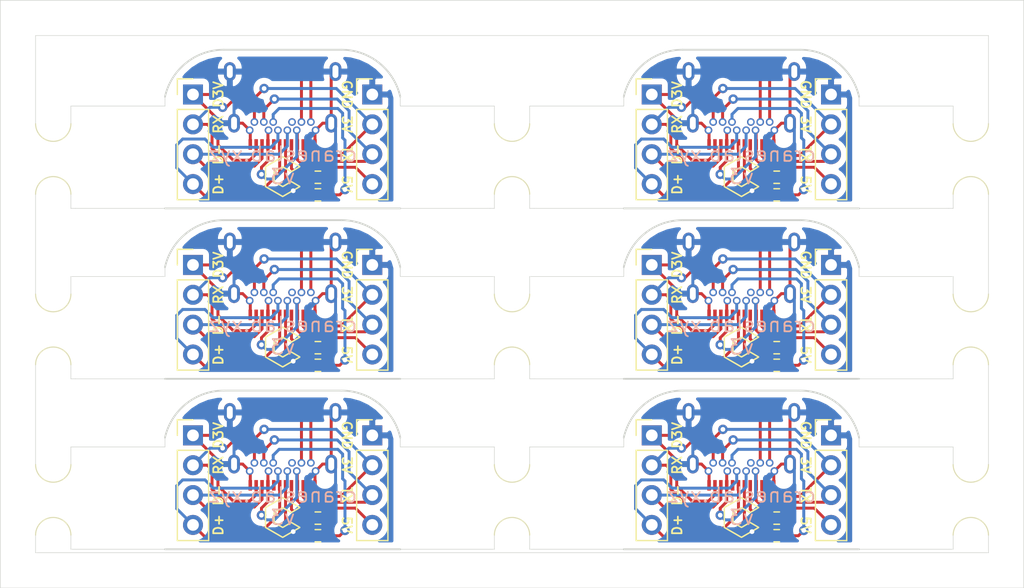
<source format=kicad_pcb>
(kicad_pcb (version 20211014) (generator pcbnew)
  (layers (0 "F.Cu" signal) (31 "B.Cu" signal) (34 "B.Paste" user) (35 "F.Paste" user) (36 "B.SilkS" user "B.Silkscreen") (37 "F.SilkS" user "F.Silkscreen") (38 "B.Mask" user) (39 "F.Mask" user) (44 "Edge.Cuts" user))
  (net 0 "")
  (net 1 "GND")
  (net 2 "3V3")
  (net 3 "TX-")
  (net 4 "VBUS")
  (net 5 "Net-(J1-PadA5)")
  (net 6 "D+")
  (net 7 "D-")
  (net 8 "Net-(J1-PadA8)")
  (net 9 "RX-")
  (net 10 "D3V")
  (net 11 "Net-(J1-PadB5)")
  (net 12 "Net-(J1-PadB8)")
  (footprint "Model_S:PinHeader_1x04_P2.54mm_Vertical" (layer "F.Cu") (at 47.62 33.015)
    (fp_text reference "J3" hide)
    (fp_text value "Conn_01x04")
  )
  (footprint "Model_S:Shou Han Type-C 24P QCHT" (layer "F.Cu") (at 40 29.205 180)
    (fp_text reference "J1" hide)
    (fp_text value "USB_C_Receptacle")
  )
  (footprint "Model_S:PinHeader_1x04_P2.54mm_Vertical" (layer "F.Cu") (at 32.38 33.015)
    (fp_text reference "J2" hide)
    (fp_text value "Conn_01x04")
  )
  (footprint "Model_S:USBC_C_Logo" (layer "F.Cu") (at 40 40)
    (fp_text reference "G***" hide)
    (fp_text value "LOGO" hide)
  )
  (footprint "Resistor_SMD:R_0603_1608Metric" (layer "F.Cu") (at 43 40.055 180)
    (fp_text reference "R1" hide)
    (fp_text value "R" hide)
  )
  (footprint "Resistor_SMD:R_0603_1608Metric" (layer "F.Cu") (at 43 41.555 180)
    (fp_text reference "R2" hide)
    (fp_text value "R" hide)
  )
  (footprint "Model_S:PinHeader_1x04_P2.54mm_Vertical" (layer "F.Cu") (at 86.62 33.015)
    (fp_text reference "J3" hide)
    (fp_text value "Conn_01x04")
  )
  (footprint "panelization:mouse-bite-3mm-slot" (layer "F.Cu") (at 98.5 53 90)
    (fp_text reference "mouse-bite-3mm-slot" hide)
    (fp_text value "VAL**" hide)
  )
  (footprint "MountingHole:MountingHole_3.2mm_M3" (layer "F.Cu") (at 53.97 67.095)
    (fp_text reference "REF**" hide)
    (fp_text value "MountingHole_3.2mm_M3")
  )
  (footprint "Model_S:PinHeader_1x04_P2.54mm_Vertical" (layer "F.Cu") (at 71.38 33.015)
    (fp_text reference "J2" hide)
    (fp_text value "Conn_01x04")
  )
  (footprint "Model_S:PinHeader_1x04_P2.54mm_Vertical" (layer "F.Cu") (at 47.62 47.515)
    (fp_text reference "J3" hide)
    (fp_text value "Conn_01x04")
  )
  (footprint "Model_S:Shou Han Type-C 24P QCHT" (layer "F.Cu") (at 79 58.205 180)
    (fp_text reference "J1" hide)
    (fp_text value "USB_C_Receptacle")
  )
  (footprint "panelization:mouse-bite-3mm-slot" (layer "F.Cu") (at 20.5 67.5 90)
    (fp_text reference "mouse-bite-3mm-slot" hide)
    (fp_text value "VAL**" hide)
  )
  (footprint "panelization:mouse-bite-3mm-slot" (layer "F.Cu") (at 98.5 38.5 90)
    (fp_text reference "mouse-bite-3mm-slot" hide)
    (fp_text value "VAL**" hide)
  )
  (footprint "MountingHole:MountingHole_3.2mm_M3" (layer "F.Cu") (at 65.03 38.095)
    (fp_text reference "REF**" hide)
    (fp_text value "MountingHole_3.2mm_M3")
  )
  (footprint "MountingHole:MountingHole_3.2mm_M3" (layer "F.Cu") (at 53.97 52.595)
    (fp_text reference "REF**" hide)
    (fp_text value "MountingHole_3.2mm_M3")
  )
  (footprint "Model_S:PinHeader_1x04_P2.54mm_Vertical" (layer "F.Cu") (at 71.38 62.015)
    (fp_text reference "J2" hide)
    (fp_text value "Conn_01x04")
  )
  (footprint "Resistor_SMD:R_0603_1608Metric" (layer "F.Cu") (at 82 56.055 180)
    (fp_text reference "R2" hide)
    (fp_text value "R" hide)
  )
  (footprint "MountingHole:MountingHole_3.2mm_M3" (layer "F.Cu") (at 26.03 38.095)
    (fp_text reference "REF**" hide)
    (fp_text value "MountingHole_3.2mm_M3")
  )
  (footprint "Model_S:USBC_C_Logo" (layer "F.Cu") (at 79 40)
    (fp_text reference "G***" hide)
    (fp_text value "LOGO" hide)
  )
  (footprint "Resistor_SMD:R_0603_1608Metric" (layer "F.Cu") (at 43 54.555 180)
    (fp_text reference "R1" hide)
    (fp_text value "R" hide)
  )
  (footprint "Resistor_SMD:R_0603_1608Metric" (layer "F.Cu") (at 82 54.555 180)
    (fp_text reference "R1" hide)
    (fp_text value "R" hide)
  )
  (footprint "Model_S:PinHeader_1x04_P2.54mm_Vertical" (layer "F.Cu") (at 71.38 47.515)
    (fp_text reference "J2" hide)
    (fp_text value "Conn_01x04")
  )
  (footprint "Model_S:Shou Han Type-C 24P QCHT" (layer "F.Cu") (at 40 58.205 180)
    (fp_text reference "J1" hide)
    (fp_text value "USB_C_Receptacle")
  )
  (footprint "Model_S:PinHeader_1x04_P2.54mm_Vertical" (layer "F.Cu") (at 47.62 62.015)
    (fp_text reference "J3" hide)
    (fp_text value "Conn_01x04")
  )
  (footprint "MountingHole:MountingHole_3.2mm_M3" (layer "F.Cu") (at 26.03 67.095)
    (fp_text reference "REF**" hide)
    (fp_text value "MountingHole_3.2mm_M3")
  )
  (footprint "Model_S:USBC_C_Logo" (layer "F.Cu") (at 40 54.5)
    (fp_text reference "G***" hide)
    (fp_text value "LOGO" hide)
  )
  (footprint "panelization:mouse-bite-3mm-slot" (layer "F.Cu") (at 20.5 38.5 90)
    (fp_text reference "mouse-bite-3mm-slot" hide)
    (fp_text value "VAL**" hide)
  )
  (footprint "panelization:mouse-bite-3mm-slot" (layer "F.Cu") (at 59.5 38.5 90)
    (fp_text reference "mouse-bite-3mm-slot" hide)
    (fp_text value "VAL**" hide)
  )
  (footprint "Model_S:PinHeader_1x04_P2.54mm_Vertical" (layer "F.Cu") (at 32.38 62.015)
    (fp_text reference "J2" hide)
    (fp_text value "Conn_01x04")
  )
  (footprint "Model_S:PinHeader_1x04_P2.54mm_Vertical" (layer "F.Cu") (at 86.62 47.515)
    (fp_text reference "J3" hide)
    (fp_text value "Conn_01x04")
  )
  (footprint "panelization:mouse-bite-3mm-slot" (layer "F.Cu") (at 20.5 53 90)
    (fp_text reference "mouse-bite-3mm-slot" hide)
    (fp_text value "VAL**" hide)
  )
  (footprint "MountingHole:MountingHole_3.2mm_M3" (layer "F.Cu") (at 53.97 38.095)
    (fp_text reference "REF**" hide)
    (fp_text value "MountingHole_3.2mm_M3")
  )
  (footprint "Model_S:Shou Han Type-C 24P QCHT" (layer "F.Cu") (at 79 29.205 180)
    (fp_text reference "J1" hide)
    (fp_text value "USB_C_Receptacle")
  )
  (footprint "Resistor_SMD:R_0603_1608Metric" (layer "F.Cu") (at 43 56.055 180)
    (fp_text reference "R2" hide)
    (fp_text value "R" hide)
  )
  (footprint "Model_S:USBC_C_Logo" (layer "F.Cu") (at 79 69)
    (fp_text reference "G***" hide)
    (fp_text value "LOGO" hide)
  )
  (footprint "Model_S:Shou Han Type-C 24P QCHT" (layer "F.Cu") (at 79 43.705 180)
    (fp_text reference "J1" hide)
    (fp_text value "USB_C_Receptacle")
  )
  (footprint "Resistor_SMD:R_0603_1608Metric" (layer "F.Cu") (at 43 70.555 180)
    (fp_text reference "R2" hide)
    (fp_text value "R" hide)
  )
  (footprint "MountingHole:MountingHole_3.2mm_M3" (layer "F.Cu") (at 26.03 52.595)
    (fp_text reference "REF**" hide)
    (fp_text value "MountingHole_3.2mm_M3")
  )
  (footprint "Resistor_SMD:R_0603_1608Metric" (layer "F.Cu") (at 82 41.555 180)
    (fp_text reference "R2" hide)
    (fp_text value "R" hide)
  )
  (footprint "Model_S:PinHeader_1x04_P2.54mm_Vertical" (layer "F.Cu") (at 32.38 47.515)
    (fp_text reference "J2" hide)
    (fp_text value "Conn_01x04")
  )
  (footprint "Model_S:USBC_C_Logo" (layer "F.Cu") (at 40 69)
    (fp_text reference "G***" hide)
    (fp_text value "LOGO" hide)
  )
  (footprint "MountingHole:MountingHole_3.2mm_M3" (layer "F.Cu") (at 92.97 67.095)
    (fp_text reference "REF**" hide)
    (fp_text value "MountingHole_3.2mm_M3")
  )
  (footprint "panelization:mouse-bite-3mm-slot" (layer "F.Cu") (at 59.5 67.5 90)
    (fp_text reference "mouse-bite-3mm-slot" hide)
    (fp_text value "VAL**" hide)
  )
  (footprint "Model_S:PinHeader_1x04_P2.54mm_Vertical" (layer "F.Cu") (at 86.62 62.015)
    (fp_text reference "J3" hide)
    (fp_text value "Conn_01x04")
  )
  (footprint "Resistor_SMD:R_0603_1608Metric" (layer "F.Cu") (at 82 40.055 180)
    (fp_text reference "R1" hide)
    (fp_text value "R" hide)
  )
  (footprint "Resistor_SMD:R_0603_1608Metric" (layer "F.Cu") (at 82 70.555 180)
    (fp_text reference "R2" hide)
    (fp_text value "R" hide)
  )
  (footprint "MountingHole:MountingHole_3.2mm_M3" (layer "F.Cu") (at 92.97 38.095)
    (fp_text reference "REF**" hide)
    (fp_text value "MountingHole_3.2mm_M3")
  )
  (footprint "Resistor_SMD:R_0603_1608Metric" (layer "F.Cu") (at 43 69.055 180)
    (fp_text reference "R1" hide)
    (fp_text value "R" hide)
  )
  (footprint "Resistor_SMD:R_0603_1608Metric" (layer "F.Cu") (at 82 69.055 180)
    (fp_text reference "R1" hide)
    (fp_text value "R" hide)
  )
  (footprint "MountingHole:MountingHole_3.2mm_M3" (layer "F.Cu") (at 65.03 67.095)
    (fp_text reference "REF**" hide)
    (fp_text value "MountingHole_3.2mm_M3")
  )
  (footprint "MountingHole:MountingHole_3.2mm_M3" (layer "F.Cu") (at 92.97 52.595)
    (fp_text reference "REF**" hide)
    (fp_text value "MountingHole_3.2mm_M3")
  )
  (footprint "Model_S:USBC_C_Logo" (layer "F.Cu") (at 79 54.5)
    (fp_text reference "G***" hide)
    (fp_text value "LOGO" hide)
  )
  (footprint "panelization:mouse-bite-3mm-slot" (layer "F.Cu") (at 98.5 67.5 90)
    (fp_text reference "mouse-bite-3mm-slot" hide)
    (fp_text value "VAL**" hide)
  )
  (footprint "MountingHole:MountingHole_3.2mm_M3" (layer "F.Cu") (at 65.03 52.595)
    (fp_text reference "REF**" hide)
    (fp_text value "MountingHole_3.2mm_M3")
  )
  (footprint "panelization:mouse-bite-3mm-slot" (layer "F.Cu") (at 59.5 53 90)
    (fp_text reference "mouse-bite-3mm-slot" hide)
    (fp_text value "VAL**" hide)
  )
  (footprint "Model_S:Shou Han Type-C 24P QCHT" (layer "F.Cu") (at 40 43.705 180)
    (fp_text reference "J1" hide)
    (fp_text value "USB_C_Receptacle")
  )
  (gr_line (start 35 29.205) (end 45 29.205) (layer "Edge.Cuts") (width 0.1524))
  (gr_arc (start 45 29.205) (mid 48.201562 30.328047) (end 50 33.205) (layer "Edge.Cuts") (width 0.1524))
  (gr_arc (start 30 33.205) (mid 31.798438 30.328047) (end 35 29.205) (layer "Edge.Cuts") (width 0.1524))
  (gr_line (start 30 42.705) (end 50 42.705) (layer "Edge.Cuts") (width 0.1524))
  (gr_line (start 58 35.5) (end 58 34) (layer "Edge.Cuts") (width 0.05))
  (gr_line (start 50 33.205) (end 50 34) (layer "Edge.Cuts") (width 0.05))
  (gr_arc (start 100 35.5) (mid 98.5 37) (end 97 35.5) (layer "Edge.Cuts") (width 0.05))
  (gr_line (start 22 70.5) (end 22 71.705) (layer "Edge.Cuts") (width 0.05))
  (gr_line (start 100 35.5) (end 100 28) (layer "Edge.Cuts") (width 0.05))
  (gr_arc (start 58 41.5) (mid 59.5 40) (end 61 41.5) (layer "Edge.Cuts") (width 0.05))
  (gr_line (start 57.62 57.205) (end 50 57.205) (layer "Edge.Cuts") (width 0.05))
  (gr_line (start 103 75) (end 103 25) (layer "Edge.Cuts") (width 0.05))
  (gr_line (start 97 71.705) (end 96.62 71.705) (layer "Edge.Cuts") (width 0.05))
  (gr_line (start 89 63) (end 97 63) (layer "Edge.Cuts") (width 0.05))
  (gr_arc (start 58 56) (mid 59.5 54.5) (end 61 56) (layer "Edge.Cuts") (width 0.05))
  (gr_line (start 22 50) (end 22 48.5) (layer "Edge.Cuts") (width 0.05))
  (gr_line (start 97 64.5) (end 97 63) (layer "Edge.Cuts") (width 0.05))
  (gr_line (start 22 42.705) (end 22.38 42.705) (layer "Edge.Cuts") (width 0.05))
  (gr_line (start 69 63) (end 61 63) (layer "Edge.Cuts") (width 0.05))
  (gr_line (start 89 47.705) (end 89 48.5) (layer "Edge.Cuts") (width 0.05))
  (gr_line (start 50 48.5) (end 58 48.5) (layer "Edge.Cuts") (width 0.05))
  (gr_line (start 69 62.205) (end 69 63) (layer "Edge.Cuts") (width 0.05))
  (gr_line (start 58 50) (end 58 48.5) (layer "Edge.Cuts") (width 0.05))
  (gr_line (start 100 72) (end 19 72) (layer "Edge.Cuts") (width 0.05))
  (gr_line (start 97 56) (end 97 57.205) (layer "Edge.Cuts") (width 0.05))
  (gr_line (start 69 33.205) (end 69 34) (layer "Edge.Cuts") (width 0.05))
  (gr_line (start 16 75) (end 103 75) (layer "Edge.Cuts") (width 0.05))
  (gr_line (start 50 34) (end 58 34) (layer "Edge.Cuts") (width 0.05))
  (gr_line (start 96.62 71.705) (end 89 71.705) (layer "Edge.Cuts") (width 0.05))
  (gr_arc (start 19 41.5) (mid 20.5 40) (end 22 41.5) (layer "Edge.Cuts") (width 0.05))
  (gr_arc (start 84 43.705) (mid 87.201562 44.828047) (end 89 47.705) (layer "Edge.Cuts") (width 0.1524))
  (gr_line (start 35 58.205) (end 45 58.205) (layer "Edge.Cuts") (width 0.1524))
  (gr_line (start 58 42.705) (end 57.62 42.705) (layer "Edge.Cuts") (width 0.05))
  (gr_line (start 19 41.5) (end 19 50) (layer "Edge.Cuts") (width 0.05))
  (gr_arc (start 100 50) (mid 98.5 51.5) (end 97 50) (layer "Edge.Cuts") (width 0.05))
  (gr_arc (start 97 41.5) (mid 98.5 40) (end 100 41.5) (layer "Edge.Cuts") (width 0.05))
  (gr_line (start 30 48.5) (end 22 48.5) (layer "Edge.Cuts") (width 0.05))
  (gr_line (start 58 70.5) (end 58 71.705) (layer "Edge.Cuts") (width 0.05))
  (gr_line (start 97 57.205) (end 96.62 57.205) (layer "Edge.Cuts") (width 0.05))
  (gr_arc (start 97 56) (mid 98.5 54.5) (end 100 56) (layer "Edge.Cuts") (width 0.05))
  (gr_line (start 61 41.5) (end 61 42.705) (layer "Edge.Cuts") (width 0.05))
  (gr_line (start 74 43.705) (end 84 43.705) (layer "Edge.Cuts") (width 0.1524))
  (gr_arc (start 45 43.705) (mid 48.201562 44.828047) (end 50 47.705) (layer "Edge.Cuts") (width 0.1524))
  (gr_line (start 97 70.5) (end 97 71.705) (layer "Edge.Cuts") (width 0.05))
  (gr_line (start 61 57.205) (end 61.38 57.205) (layer "Edge.Cuts") (width 0.05))
  (gr_arc (start 19 56) (mid 20.5 54.5) (end 22 56) (layer "Edge.Cuts") (width 0.05))
  (gr_line (start 74 58.205) (end 84 58.205) (layer "Edge.Cuts") (width 0.1524))
  (gr_line (start 97 41.5) (end 97 42.705) (layer "Edge.Cuts") (width 0.05))
  (gr_arc (start 61 35.5) (mid 59.5 37) (end 58 35.5) (layer "Edge.Cuts") (width 0.05))
  (gr_line (start 61.38 57.205) (end 69 57.205) (layer "Edge.Cuts") (width 0.05))
  (gr_arc (start 69 62.205) (mid 70.798438 59.328047) (end 74 58.205) (layer "Edge.Cuts") (width 0.1524))
  (gr_line (start 58 64.5) (end 58 63) (layer "Edge.Cuts") (width 0.05))
  (gr_line (start 22.38 71.705) (end 30 71.705) (layer "Edge.Cuts") (width 0.05))
  (gr_line (start 30 34) (end 22 34) (layer "Edge.Cuts") (width 0.05))
  (gr_arc (start 61 64.5) (mid 59.5 66) (end 58 64.5) (layer "Edge.Cuts") (width 0.05))
  (gr_line (start 61 64.5) (end 61 63) (layer "Edge.Cuts") (width 0.05))
  (gr_arc (start 30 62.205) (mid 31.798438 59.328047) (end 35 58.205) (layer "Edge.Cuts") (width 0.1524))
  (gr_line (start 69 34) (end 61 34) (layer "Edge.Cuts") (width 0.05))
  (gr_line (start 16 25) (end 103 25) (layer "Edge.Cuts") (width 0.05))
  (gr_line (start 89 48.5) (end 97 48.5) (layer "Edge.Cuts") (width 0.05))
  (gr_line (start 57.62 71.705) (end 50 71.705) (layer "Edge.Cuts") (width 0.05))
  (gr_line (start 69 42.705) (end 89 42.705) (layer "Edge.Cuts") (width 0.1524))
  (gr_line (start 100 56) (end 100 64.5) (layer "Edge.Cuts") (width 0.05))
  (gr_arc (start 100 64.5) (mid 98.5 66) (end 97 64.5) (layer "Edge.Cuts") (width 0.05))
  (gr_arc (start 69 33.205) (mid 70.798438 30.328047) (end 74 29.205) (layer "Edge.Cuts") (width 0.1524))
  (gr_line (start 30 57.205) (end 50 57.205) (layer "Edge.Cuts") (width 0.1524))
  (gr_line (start 22 64.5) (end 22 63) (layer "Edge.Cuts") (width 0.05))
  (gr_line (start 16 25) (end 16 75) (layer "Edge.Cuts") (width 0.05))
  (gr_line (start 97 35.5) (end 97 34) (layer "Edge.Cuts") (width 0.05))
  (gr_line (start 61 56) (end 61 57.205) (layer "Edge.Cuts") (width 0.05))
  (gr_line (start 30 62.205) (end 30 63) (layer "Edge.Cuts") (width 0.05))
  (gr_line (start 58 41.5) (end 58 42.705) (layer "Edge.Cuts") (width 0.05))
  (gr_line (start 89 33.205) (end 89 34) (layer "Edge.Cuts") (width 0.05))
  (gr_line (start 19 28) (end 19 35.5) (layer "Edge.Cuts") (width 0.05))
  (gr_line (start 61 42.705) (end 61.38 42.705) (layer "Edge.Cuts") (width 0.05))
  (gr_line (start 58 56) (end 58 57.205) (layer "Edge.Cuts") (width 0.05))
  (gr_arc (start 22 35.5) (mid 20.5 37) (end 19 35.5) (layer "Edge.Cuts") (width 0.05))
  (gr_line (start 58 71.705) (end 57.62 71.705) (layer "Edge.Cuts") (width 0.05))
  (gr_arc (start 22 64.5) (mid 20.5 66) (end 19 64.5) (layer "Edge.Cuts") (width 0.05))
  (gr_line (start 61 35.5) (end 61 34) (layer "Edge.Cuts") (width 0.05))
  (gr_line (start 30 47.705) (end 30 48.5) (layer "Edge.Cuts") (width 0.05))
  (gr_line (start 69 48.5) (end 61 48.5) (layer "Edge.Cuts") (width 0.05))
  (gr_line (start 57.62 42.705) (end 50 42.705) (layer "Edge.Cuts") (width 0.05))
  (gr_arc (start 45 58.205) (mid 48.201562 59.328047) (end 50 62.205) (layer "Edge.Cuts") (width 0.1524))
  (gr_line (start 96.62 57.205) (end 89 57.205) (layer "Edge.Cuts") (width 0.05))
  (gr_arc (start 97 70.5) (mid 98.5 69) (end 100 70.5) (layer "Edge.Cuts") (width 0.05))
  (gr_line (start 61 71.705) (end 61.38 71.705) (layer "Edge.Cuts") (width 0.05))
  (gr_line (start 35 43.705) (end 45 43.705) (layer "Edge.Cuts") (width 0.1524))
  (gr_line (start 89 34) (end 97 34) (layer "Edge.Cuts") (width 0.05))
  (gr_arc (start 30 47.705) (mid 31.798438 44.828047) (end 35 43.705) (layer "Edge.Cuts") (width 0.1524))
  (gr_line (start 30 33.205) (end 30 34) (layer "Edge.Cuts") (width 0.05))
  (gr_line (start 50 63) (end 58 63) (layer "Edge.Cuts") (width 0.05))
  (gr_line (start 97 42.705) (end 96.62 42.705) (layer "Edge.Cuts") (width 0.05))
  (gr_line (start 19 56) (end 19 64.5) (layer "Edge.Cuts") (width 0.05))
  (gr_line (start 97 50) (end 97 48.5) (layer "Edge.Cuts") (width 0.05))
  (gr_line (start 19 72) (end 19 70.5) (layer "Edge.Cuts") (width 0.05))
  (gr_arc (start 61 50) (mid 59.5 51.5) (end 58 50) (layer "Edge.Cuts") (width 0.05))
  (gr_arc (start 69 47.705) (mid 70.798438 44.828047) (end 74 43.705) (layer "Edge.Cuts") (width 0.1524))
  (gr_line (start 22 35.5) (end 22 34) (layer "Edge.Cuts") (width 0.05))
  (gr_line (start 22 71.705) (end 22.38 71.705) (layer "Edge.Cuts") (width 0.05))
  (gr_line (start 69 57.205) (end 89 57.205) (layer "Edge.Cuts") (width 0.1524))
  (gr_arc (start 22 50) (mid 20.5 51.5) (end 19 50) (layer "Edge.Cuts") (width 0.05))
  (gr_line (start 30 63) (end 22 63) (layer "Edge.Cuts") (width 0.05))
  (gr_line (start 22.38 57.205) (end 30 57.205) (layer "Edge.Cuts") (width 0.05))
  (gr_line (start 69 47.705) (end 69 48.5) (layer "Edge.Cuts") (width 0.05))
  (gr_line (start 61.38 71.705) (end 69 71.705) (layer "Edge.Cuts") (width 0.05))
  (gr_arc (start 58 70.5) (mid 59.5 69) (end 61 70.5) (layer "Edge.Cuts") (width 0.05))
  (gr_line (start 30 71.705) (end 50 71.705) (layer "Edge.Cuts") (width 0.1524))
  (gr_line (start 22 56) (end 22 57.205) (layer "Edge.Cuts") (width 0.05))
  (gr_line (start 50 47.705) (end 50 48.5) (layer "Edge.Cuts") (width 0.05))
  (gr_line (start 50 62.205) (end 50 63) (layer "Edge.Cuts") (width 0.05))
  (gr_line (start 89 62.205) (end 89 63) (layer "Edge.Cuts") (width 0.05))
  (gr_line (start 100 70.5) (end 100 72) (layer "Edge.Cuts") (width 0.05))
  (gr_line (start 22.38 42.705) (end 30 42.705) (layer "Edge.Cuts") (width 0.05))
  (gr_line (start 22 57.205) (end 22.38 57.205) (layer "Edge.Cuts") (width 0.05))
  (gr_arc (start 19 70.5) (mid 20.5 69) (end 22 70.5) (layer "Edge.Cuts") (width 0.05))
  (gr_arc (start 84 29.205) (mid 87.201562 30.328047) (end 89 33.205) (layer "Edge.Cuts") (width 0.1524))
  (gr_line (start 61 50) (end 61 48.5) (layer "Edge.Cuts") (width 0.05))
  (gr_arc (start 84 58.205) (mid 87.201562 59.328047) (end 89 62.205) (layer "Edge.Cuts") (width 0.1524))
  (gr_line (start 58 57.205) (end 57.62 57.205) (layer "Edge.Cuts") (width 0.05))
  (gr_line (start 61 70.5) (end 61 71.705) (layer "Edge.Cuts") (width 0.05))
  (gr_line (start 100 50) (end 100 41.5) (layer "Edge.Cuts") (width 0.05))
  (gr_line (start 61.38 42.705) (end 69 42.705) (layer "Edge.Cuts") (width 0.05))
  (gr_line (start 96.62 42.705) (end 89 42.705) (layer "Edge.Cuts") (width 0.05))
  (gr_line (start 22 41.5) (end 22 42.705) (layer "Edge.Cuts") (width 0.05))
  (gr_line (start 100 28) (end 19 28) (layer "Edge.Cuts") (width 0.05))
  (gr_line (start 74 29.205) (end 84 29.205) (layer "Edge.Cuts") (width 0.1524))
  (gr_line (start 69 71.705) (end 89 71.705) (layer "Edge.Cuts") (width 0.1524))
  (gr_text "craneslab.xyz" (at 40 67.095) (layer "B.SilkS") (effects (font (size 1.25 1.25)) (justify mirror)))
  (gr_text "craneslab.xyz" (at 79 67.095) (layer "B.SilkS") (effects (font (size 1.25 1.25)) (justify mirror)))
  (gr_text "v3" (at 40 69) (layer "B.SilkS") (effects (font (size 1.25 1.25)) (justify mirror)))
  (gr_text "craneslab.xyz" (at 79 38.095) (layer "B.SilkS") (effects (font (size 1.25 1.25)) (justify mirror)))
  (gr_text "v3" (at 79 69) (layer "B.SilkS") (effects (font (size 1.25 1.25)) (justify mirror)))
  (gr_text "v3" (at 40 54.5) (layer "B.SilkS") (effects (font (size 1.25 1.25)) (justify mirror)))
  (gr_text "craneslab.xyz" (at 79 52.595) (layer "B.SilkS") (effects (font (size 1.25 1.25)) (justify mirror)))
  (gr_text "craneslab.xyz" (at 40 52.595) (layer "B.SilkS") (effects (font (size 1.25 1.25)) (justify mirror)))
  (gr_text "v3" (at 40 40) (layer "B.SilkS") (effects (font (size 1.25 1.25)) (justify mirror)))
  (gr_text "v3" (at 79 40) (layer "B.SilkS") (effects (font (size 1.25 1.25)) (justify mirror)))
  (gr_text "v3" (at 79 54.5) (layer "B.SilkS") (effects (font (size 1.25 1.25)) (justify mirror)))
  (gr_text "craneslab.xyz" (at 40 38.095) (layer "B.SilkS") (effects (font (size 1.25 1.25)) (justify mirror)))
  (gr_text "TX" (at 45.461 38.095 -90) (layer "F.SilkS") (effects (font (size 0.8 0.8))))
  (gr_text "D+" (at 34.539 40.635 90) (layer "F.SilkS") (effects (font (size 0.8 0.8))))
  (gr_text "GND" (at 45.461 33.015 -90) (layer "F.SilkS") (effects (font (size 0.8 0.8))))
  (gr_text "D3V" (at 34.539 33.015 90) (layer "F.SilkS") (effects (font (size 0.8 0.8))))
  (gr_text "5V\n" (at 45.461 40.635 -90) (layer "F.SilkS") (effects (font (size 0.8 0.8))))
  (gr_text "D-" (at 34.539 38.095 90) (layer "F.SilkS") (effects (font (size 0.8 0.8))))
  (gr_text "RX" (at 34.539 35.555 90) (layer "F.SilkS") (effects (font (size 0.8 0.8))))
  (gr_text "3V" (at 45.461 35.555 -90) (layer "F.SilkS") (effects (font (size 0.8 0.8))))
  (gr_text "D-" (at 73.539 67.095 90) (layer "F.SilkS") (effects (font (size 0.8 0.8))))
  (gr_text "5V\n" (at 45.461 69.635 -90) (layer "F.SilkS") (effects (font (size 0.8 0.8))))
  (gr_text "3V" (at 84.461 64.555 -90) (layer "F.SilkS") (effects (font (size 0.8 0.8))))
  (gr_text "D-" (at 73.539 52.595 90) (layer "F.SilkS") (effects (font (size 0.8 0.8))))
  (gr_text "D+" (at 73.539 55.135 90) (layer "F.SilkS") (effects (font (size 0.8 0.8))))
  (gr_text "D3V" (at 73.539 47.515 90) (layer "F.SilkS") (effects (font (size 0.8 0.8))))
  (gr_text "TX" (at 84.461 67.095 -90) (layer "F.SilkS") (effects (font (size 0.8 0.8))))
  (gr_text "5V\n" (at 45.461 55.135 -90) (layer "F.SilkS") (effects (font (size 0.8 0.8))))
  (gr_text "TX" (at 84.461 52.595 -90) (layer "F.SilkS") (effects (font (size 0.8 0.8))))
  (gr_text "D3V" (at 73.539 33.015 90) (layer "F.SilkS") (effects (font (size 0.8 0.8))))
  (gr_text "D3V" (at 73.539 62.015 90) (layer "F.SilkS") (effects (font (size 0.8 0.8))))
  (gr_text "RX" (at 34.539 50.055 90) (layer "F.SilkS") (effects (font (size 0.8 0.8))))
  (gr_text "D3V" (at 34.539 47.515 90) (layer "F.SilkS") (effects (font (size 0.8 0.8))))
  (gr_text "D3V" (at 34.539 62.015 90) (layer "F.SilkS") (effects (font (size 0.8 0.8))))
  (gr_text "GND" (at 84.461 47.515 -90) (layer "F.SilkS") (effects (font (size 0.8 0.8))))
  (gr_text "D-" (at 34.539 67.095 90) (layer "F.SilkS") (effects (font (size 0.8 0.8))))
  (gr_text "3V" (at 84.461 35.555 -90) (layer "F.SilkS") (effects (font (size 0.8 0.8))))
  (gr_text "GND" (at 84.461 33.015 -90) (layer "F.SilkS") (effects (font (size 0.8 0.8))))
  (gr_text "RX" (at 73.539 50.055 90) (layer "F.SilkS") (effects (font (size 0.8 0.8))))
  (gr_text "3V" (at 84.461 50.055 -90) (layer "F.SilkS") (effects (font (size 0.8 0.8))))
  (gr_text "D+" (at 73.539 40.635 90) (layer "F.SilkS") (effects (font (size 0.8 0.8))))
  (gr_text "TX" (at 45.461 67.095 -90) (layer "F.SilkS") (effects (font (size 0.8 0.8))))
  (gr_text "RX" (at 34.539 64.555 90) (layer "F.SilkS") (effects (font (size 0.8 0.8))))
  (gr_text "D+" (at 73.539 69.635 90) (layer "F.SilkS") (effects (font (size 0.8 0.8))))
  (gr_text "D-" (at 34.539 52.595 90) (layer "F.SilkS") (effects (font (size 0.8 0.8))))
  (gr_text "D+" (at 34.539 55.135 90) (layer "F.SilkS") (effects (font (size 0.8 0.8))))
  (gr_text "GND" (at 45.461 62.015 -90) (layer "F.SilkS") (effects (font (size 0.8 0.8))))
  (gr_text "TX" (at 45.461 52.595 -90) (layer "F.SilkS") (effects (font (size 0.8 0.8))))
  (gr_text "TX" (at 84.461 38.095 -90) (layer "F.SilkS") (effects (font (size 0.8 0.8))))
  (gr_text "5V\n" (at 84.461 40.635 -90) (layer "F.SilkS") (effects (font (size 0.8 0.8))))
  (gr_text "RX" (at 73.539 64.555 90) (layer "F.SilkS") (effects (font (size 0.8 0.8))))
  (gr_text "3V" (at 45.461 64.555 -90) (layer "F.SilkS") (effects (font (size 0.8 0.8))))
  (gr_text "5V\n" (at 84.461 69.635 -90) (layer "F.SilkS") (effects (font (size 0.8 0.8))))
  (gr_text "RX" (at 73.539 35.555 90) (layer "F.SilkS") (effects (font (size 0.8 0.8))))
  (gr_text "D-" (at 73.539 38.095 90) (layer "F.SilkS") (effects (font (size 0.8 0.8))))
  (gr_text "5V\n" (at 84.461 55.135 -90) (layer "F.SilkS") (effects (font (size 0.8 0.8))))
  (gr_text "3V" (at 45.461 50.055 -90) (layer "F.SilkS") (effects (font (size 0.8 0.8))))
  (gr_text "D+" (at 34.539 69.635 90) (layer "F.SilkS") (effects (font (size 0.8 0.8))))
  (gr_text "GND" (at 45.461 47.515 -90) (layer "F.SilkS") (effects (font (size 0.8 0.8))))
  (gr_text "GND" (at 84.461 62.015 -90) (layer "F.SilkS") (effects (font (size 0.8 0.8))))
  (segment (start 41.25 56.055) (end 40.9 55.705) (width 0.25) (layer "F.Cu") (net 1))
  (segment (start 43.4 49.955) (end 42.8 50.555) (width 0.25) (layer "F.Cu") (net 1))
  (segment (start 75.6 49.955) (end 76.2 50.555) (width 0.25) (layer "F.Cu") (net 1))
  (segment (start 74.87 64.455) (end 75.6 64.455) (width 0.25) (layer "F.Cu") (net 1))
  (segment (start 82.4 35.455) (end 81.8 36.055) (width 0.25) (layer "F.Cu") (net 1))
  (segment (start 37.25 37.265) (end 37.25 36.105) (width 0.25) (layer "F.Cu") (net 1))
  (segment (start 83.13 45.925) (end 83.49 45.565) (width 0.25) (layer "F.Cu") (net 1))
  (segment (start 42.175 70.555) (end 42.325 70.555) (width 0.25) (layer "F.Cu") (net 1))
  (segment (start 83.13 64.455) (end 83.13 60.425) (width 0.25) (layer "F.Cu") (net 1))
  (segment (start 41.25 41.555) (end 40.9 41.205) (width 0.25) (layer "F.Cu") (net 1))
  (segment (start 44.13 49.955) (end 44.13 45.925) (width 0.25) (layer "F.Cu") (net 1))
  (segment (start 42.75 50.605) (end 42.8 50.555) (width 0.25) (layer "F.Cu") (net 1))
  (segment (start 74.87 35.455) (end 75.6 35.455) (width 0.25) (layer "F.Cu") (net 1))
  (segment (start 83.13 64.455) (end 82.4 64.455) (width 0.25) (layer "F.Cu") (net 1))
  (segment (start 83.13 35.455) (end 83.13 31.425) (width 0.25) (layer "F.Cu") (net 1))
  (segment (start 82.4 49.955) (end 81.8 50.555) (width 0.25) (layer "F.Cu") (net 1))
  (segment (start 81.75 37.265) (end 81.75 36.105) (width 0.25) (layer "F.Cu") (net 1))
  (segment (start 42.325 70.555) (end 43.825 69.055) (width 0.25) (layer "F.Cu") (net 1))
  (segment (start 42.175 56.055) (end 41.25 56.055) (width 0.25) (layer "F.Cu") (net 1))
  (segment (start 76.25 51.765) (end 76.25 50.605) (width 0.25) (layer "F.Cu") (net 1))
  (segment (start 42.175 41.555) (end 42.325 41.555) (width 0.25) (layer "F.Cu") (net 1))
  (segment (start 42.75 51.765) (end 42.75 50.605) (width 0.25) (layer "F.Cu") (net 1))
  (segment (start 81.75 66.265) (end 81.75 65.105) (width 0.25) (layer "F.Cu") (net 1))
  (segment (start 81.175 56.055) (end 80.25 56.055) (width 0.25) (layer "F.Cu") (net 1))
  (segment (start 44.13 35.455) (end 43.4 35.455) (width 0.25) (layer "F.Cu") (net 1))
  (segment (start 75.6 35.455) (end 76.2 36.055) (width 0.25) (layer "F.Cu") (net 1))
  (segment (start 81.175 70.555) (end 81.325 70.555) (width 0.25) (layer "F.Cu") (net 1))
  (segment (start 81.75 36.105) (end 81.8 36.055) (width 0.25) (layer "F.Cu") (net 1))
  (segment (start 83.13 31.425) (end 83.49 31.065) (width 0.25) (layer "F.Cu") (net 1))
  (segment (start 44.13 31.425) (end 44.49 31.065) (width 0.25) (layer "F.Cu") (net 1))
  (segment (start 83.13 49.955) (end 82.4 49.955) (width 0.25) (layer "F.Cu") (net 1))
  (segment (start 42.75 36.105) (end 42.8 36.055) (width 0.25) (layer "F.Cu") (net 1))
  (segment (start 81.175 56.055) (end 81.325 56.055) (width 0.25) (layer "F.Cu") (net 1))
  (segment (start 42.325 56.055) (end 43.825 54.555) (width 0.25) (layer "F.Cu") (net 1))
  (segment (start 76.25 65.105) (end 76.2 65.055) (width 0.25) (layer "F.Cu") (net 1))
  (segment (start 81.325 41.555) (end 82.825 40.055) (width 0.25) (layer "F.Cu") (net 1))
  (segment (start 81.75 65.105) (end 81.8 65.055) (width 0.25) (layer "F.Cu") (net 1))
  (segment (start 76.25 36.105) (end 76.2 36.055) (width 0.25) (layer "F.Cu") (net 1))
  (segment (start 44.13 64.455) (end 44.13 60.425) (width 0.25) (layer "F.Cu") (net 1))
  (segment (start 41.25 70.555) (end 40.9 70.205) (width 0.25) (layer "F.Cu") (net 1))
  (segment (start 35.87 49.955) (end 36.6 49.955) (width 0.25) (layer "F.Cu") (net 1))
  (segment (start 83.13 35.455) (end 82.4 35.455) (width 0.25) (layer "F.Cu") (net 1))
  (segment (start 37.25 36.105) (end 37.2 36.055) (width 0.25) (layer "F.Cu") (net 1))
  (segment (start 42.325 41.555) (end 43.825 40.055) (width 0.25) (layer "F.Cu") (net 1))
  (segment (start 37.25 66.265) (end 37.25 65.105) (width 0.25) (layer "F.Cu") (net 1))
  (segment (start 36.6 35.455) (end 37.2 36.055) (width 0.25) (layer "F.Cu") (net 1))
  (segment (start 35.87 64.455) (end 36.6 64.455) (width 0.25) (layer "F.Cu") (net 1))
  (segment (start 81.325 70.555) (end 82.825 69.055) (width 0.25) (layer "F.Cu") (net 1))
  (segment (start 44.13 49.955) (end 43.4 49.955) (width 0.25) (layer "F.Cu") (net 1))
  (segment (start 81.175 70.555) (end 80.25 70.555) (width 0.25) (layer "F.Cu") (net 1))
  (segment (start 36.6 64.455) (end 37.2 65.055) (width 0.25) (layer "F.Cu") (net 1))
  (segment (start 83.13 60.425) (end 83.49 60.065) (width 0.25) (layer "F.Cu") (net 1))
  (segment (start 82.4 64.455) (end 81.8 65.055) (width 0.25) (layer "F.Cu") (net 1))
  (segment (start 76.25 50.605) (end 76.2 50.555) (width 0.25) (layer "F.Cu") (net 1))
  (segment (start 44.13 64.455) (end 43.4 64.455) (width 0.25) (layer "F.Cu") (net 1))
  (segment (start 81.325 56.055) (end 82.825 54.555) (width 0.25) (layer "F.Cu") (net 1))
  (segment (start 37.25 50.605) (end 37.2 50.555) (width 0.25) (layer "F.Cu") (net 1))
  (segment (start 81.75 51.765) (end 81.75 50.605) (width 0.25) (layer "F.Cu") (net 1))
  (segment (start 42.175 56.055) (end 42.325 56.055) (width 0.25) (layer "F.Cu") (net 1))
  (segment (start 74.87 49.955) (end 75.6 49.955) (width 0.25) (layer "F.Cu") (net 1))
  (segment (start 80.25 41.555) (end 79.9 41.205) (width 0.25) (layer "F.Cu") (net 1))
  (segment (start 44.13 45.925) (end 44.49 45.565) (width 0.25) (layer "F.Cu") (net 1))
  (segment (start 37.25 51.765) (end 37.25 50.605) (width 0.25) (layer "F.Cu") (net 1))
  (segment (start 80.25 70.555) (end 79.9 70.205) (width 0.25) (layer "F.Cu") (net 1))
  (segment (start 81.175 41.555) (end 80.25 41.555) (width 0.25) (layer "F.Cu") (net 1))
  (segment (start 37.25 65.105) (end 37.2 65.055) (width 0.25) (layer "F.Cu") (net 1))
  (segment (start 43.4 35.455) (end 42.8 36.055) (width 0.25) (layer "F.Cu") (net 1))
  (segment (start 42.75 65.105) (end 42.8 65.055) (width 0.25) (layer "F.Cu") (net 1))
  (segment (start 81.75 50.605) (end 81.8 50.555) (width 0.25) (layer "F.Cu") (net 1))
  (segment (start 42.175 70.555) (end 41.25 70.555) (width 0.25) (layer "F.Cu") (net 1))
  (segment (start 42.175 41.555) (end 41.25 41.555) (width 0.25) (layer "F.Cu") (net 1))
  (segment (start 36.6 49.955) (end 37.2 50.555) (width 0.25) (layer "F.Cu") (net 1))
  (segment (start 76.25 37.265) (end 76.25 36.105) (width 0.25) (layer "F.Cu") (net 1))
  (segment (start 81.175 41.555) (end 81.325 41.555) (width 0.25) (layer "F.Cu") (net 1))
  (segment (start 42.75 66.265) (end 42.75 65.105) (width 0.25) (layer "F.Cu") (net 1))
  (segment (start 76.25 66.265) (end 76.25 65.105) (width 0.25) (layer "F.Cu") (net 1))
  (segment (start 83.13 49.955) (end 83.13 45.925) (width 0.25) (layer "F.Cu") (net 1))
  (segment (start 35.87 35.455) (end 36.6 35.455) (width 0.25) (layer "F.Cu") (net 1))
  (segment (start 80.25 56.055) (end 79.9 55.705) (width 0.25) (layer "F.Cu") (net 1))
  (segment (start 75.6 64.455) (end 76.2 65.055) (width 0.25) (layer "F.Cu") (net 1))
  (segment (start 44.13 35.455) (end 44.13 31.425) (width 0.25) (layer "F.Cu") (net 1))
  (segment (start 43.4 64.455) (end 42.8 65.055) (width 0.25) (layer "F.Cu") (net 1))
  (segment (start 42.75 37.265) (end 42.75 36.105) (width 0.25) (layer "F.Cu") (net 1))
  (segment (start 44.13 60.425) (end 44.49 60.065) (width 0.25) (layer "F.Cu") (net 1))
  (via (at 79.9 41.205) (size 0.8) (drill 0.4) (layers "F.Cu" "B.Cu") (net 1))
  (via (at 79.9 55.705) (size 0.8) (drill 0.4) (layers "F.Cu" "B.Cu") (net 1))
  (via (at 79.9 70.205) (size 0.8) (drill 0.4) (layers "F.Cu" "B.Cu") (net 1))
  (via (at 40.9 55.705) (size 0.8) (drill 0.4) (layers "F.Cu" "B.Cu") (net 1))
  (via (at 40.9 41.205) (size 0.8) (drill 0.4) (layers "F.Cu" "B.Cu") (net 1))
  (via (at 40.9 70.205) (size 0.8) (drill 0.4) (layers "F.Cu" "B.Cu") (net 1))
  (segment (start 79.9 41.205) (end 79.9 39.605) (width 0.25) (layer "B.Cu") (net 1))
  (segment (start 83.5 35.825) (end 83.13 35.455) (width 0.25) (layer "B.Cu") (net 1))
  (segment (start 74.51 46.915) (end 74.87 47.275) (width 0.25) (layer "B.Cu") (net 1))
  (segment (start 83.5 50.325) (end 83.13 49.955) (width 0.25) (layer "B.Cu") (net 1))
  (segment (start 44.5 66.605) (end 44.5 64.825) (width 0.25) (layer "B.Cu") (net 1))
  (segment (start 82.2 53.405) (end 83.5 52.105) (width 0.25) (layer "B.Cu") (net 1))
  (segment (start 35.87 47.275) (end 35.87 49.955) (width 0.25) (layer "B.Cu") (net 1))
  (segment (start 40.9 54.105) (end 41.6 53.405) (width 0.25) (layer "B.Cu") (net 1))
  (segment (start 35.51 46.915) (end 35.87 47.275) (width 0.25) (layer "B.Cu") (net 1))
  (segment (start 74.87 32.775) (end 74.87 35.455) (width 0.25) (layer "B.Cu") (net 1))
  (segment (start 79.9 70.205) (end 79.9 68.605) (width 0.25) (layer "B.Cu") (net 1))
  (segment (start 83.5 52.105) (end 83.5 50.325) (width 0.25) (layer "B.Cu") (net 1))
  (segment (start 35.51 45.565) (end 35.51 46.915) (width 0.25) (layer "B.Cu") (net 1))
  (segment (start 41.6 38.905) (end 43.2 38.905) (width 0.25) (layer "B.Cu") (net 1))
  (segment (start 43.2 53.405) (end 44.5 52.105) (width 0.25) (layer "B.Cu") (net 1))
  (segment (start 40.9 41.205) (end 40.9 39.605) (width 0.25) (layer "B.Cu") (net 1))
  (segment (start 74.51 45.565) (end 74.51 46.915) (width 0.25) (layer "B.Cu") (net 1))
  (segment (start 41.6 67.905) (end 43.2 67.905) (width 0.25) (layer "B.Cu") (net 1))
  (segment (start 35.87 61.775) (end 35.87 64.455) (width 0.25) (layer "B.Cu") (net 1))
  (segment (start 35.51 31.065) (end 35.51 32.415) (width 0.25) (layer "B.Cu") (net 1))
  (segment (start 35.51 60.065) (end 35.51 61.415) (width 0.25) (layer "B.Cu") (net 1))
  (segment (start 79.9 55.705) (end 79.9 54.105) (width 0.25) (layer "B.Cu") (net 1))
  (segment (start 43.2 38.905) (end 44.5 37.605) (width 0.25) (layer "B.Cu") (net 1))
  (segment (start 44.5 37.605) (end 44.5 35.825) (width 0.25) (layer "B.Cu") (net 1))
  (segment (start 80.6 53.405) (end 82.2 53.405) (width 0.25) (layer "B.Cu") (net 1))
  (segment (start 35.51 61.415) (end 35.87 61.775) (width 0.25) (layer "B.Cu") (net 1))
  (segment (start 35.51 32.415) (end 35.87 32.775) (width 0.25) (layer "B.Cu") (net 1))
  (segment (start 40.9 55.705) (end 40.9 54.105) (width 0.25) (layer "B.Cu") (net 1))
  (segment (start 74.51 32.415) (end 74.87 32.775) (width 0.25) (layer "B.Cu") (net 1))
  (segment (start 74.51 61.415) (end 74.87 61.775) (width 0.25) (layer "B.Cu") (net 1))
  (segment (start 40.9 39.605) (end 41.6 38.905) (width 0.25) (layer "B.Cu") (net 1))
  (segment (start 80.6 38.905) (end 82.2 38.905) (width 0.25) (layer "B.Cu") (net 1))
  (segment (start 74.87 47.275) (end 74.87 49.955) (width 0.25) (layer "B.Cu") (net 1))
  (segment (start 74.51 60.065) (end 74.51 61.415) (width 0.25) (layer "B.Cu") (net 1))
  (segment (start 82.2 67.905) (end 83.5 66.605) (width 0.25) (layer "B.Cu") (net 1))
  (segment (start 79.9 54.105) (end 80.6 53.405) (width 0.25) (layer "B.Cu") (net 1))
  (segment (start 40.9 68.605) (end 41.6 67.905) (width 0.25) (layer "B.Cu") (net 1))
  (segment (start 44.5 35.825) (end 44.13 35.455) (width 0.25) (layer "B.Cu") (net 1))
  (segment (start 40.9 70.205) (end 40.9 68.605) (width 0.25) (layer "B.Cu") (net 1))
  (segment (start 79.9 68.605) (end 80.6 67.905) (width 0.25) (layer "B.Cu") (net 1))
  (segment (start 41.6 53.405) (end 43.2 53.405) (width 0.25) (layer "B.Cu") (net 1))
  (segment (start 82.2 38.905) (end 83.5 37.605) (width 0.25) (layer "B.Cu") (net 1))
  (segment (start 43.2 67.905) (end 44.5 66.605) (width 0.25) (layer "B.Cu") (net 1))
  (segment (start 44.5 64.825) (end 44.13 64.455) (width 0.25) (layer "B.Cu") (net 1))
  (segment (start 44.5 50.325) (end 44.13 49.955) (width 0.25) (layer "B.Cu") (net 1))
  (segment (start 74.51 31.065) (end 74.51 32.415) (width 0.25) (layer "B.Cu") (net 1))
  (segment (start 83.5 64.825) (end 83.13 64.455) (width 0.25) (layer "B.Cu") (net 1))
  (segment (start 35.87 32.775) (end 35.87 35.455) (width 0.25) (layer "B.Cu") (net 1))
  (segment (start 74.87 61.775) (end 74.87 64.455) (width 0.25) (layer "B.Cu") (net 1))
  (segment (start 80.6 67.905) (end 82.2 67.905) (width 0.25) (layer "B.Cu") (net 1))
  (segment (start 83.5 37.605) (end 83.5 35.825) (width 0.25) (layer "B.Cu") (net 1))
  (segment (start 79.9 39.605) (end 80.6 38.905) (width 0.25) (layer "B.Cu") (net 1))
  (segment (start 83.5 66.605) (end 83.5 64.825) (width 0.25) (layer "B.Cu") (net 1))
  (segment (start 44.5 52.105) (end 44.5 50.325) (width 0.25) (layer "B.Cu") (net 1))
  (segment (start 81.5 67.205) (end 81.25 66.955) (width 0.25) (layer "F.Cu") (net 2))
  (segment (start 86.62 64.555) (end 83.97 67.205) (width 0.25) (layer "F.Cu") (net 2))
  (segment (start 37.6 62.330782) (end 38.425782 61.505) (width 0.25) (layer "F.Cu") (net 2))
  (segment (start 37.6 49.855) (end 37.6 47.830782) (width 0.25) (layer "F.Cu") (net 2))
  (segment (start 76.6 33.330782) (end 77.425782 32.505) (width 0.25) (layer "F.Cu") (net 2))
  (segment (start 37.6 64.355) (end 37.6 62.330782) (width 0.25) (layer "F.Cu") (net 2))
  (segment (start 86.62 35.555) (end 83.97 38.205) (width 0.25) (layer "F.Cu") (net 2))
  (segment (start 42.25 52.455) (end 42.25 51.765) (width 0.25) (layer "F.Cu") (net 2))
  (segment (start 44.97 67.205) (end 42.5 67.205) (width 0.25) (layer "F.Cu") (net 2))
  (segment (start 76.6 64.355) (end 76.6 62.330782) (width 0.25) (layer "F.Cu") (net 2))
  (segment (start 81.5 52.705) (end 81.25 52.455) (width 0.25) (layer "F.Cu") (net 2))
  (segment (start 37.6 35.355) (end 37.6 33.330782) (width 0.25) (layer "F.Cu") (net 2))
  (segment (start 81.25 52.455) (end 81.25 51.765) (width 0.25) (layer "F.Cu") (net 2))
  (segment (start 37.6 33.330782) (end 38.425782 32.505) (width 0.25) (layer "F.Cu") (net 2))
  (segment (start 42.5 38.205) (end 42.25 37.955) (width 0.25) (layer "F.Cu") (net 2))
  (segment (start 81.25 66.955) (end 81.25 66.265) (width 0.25) (layer "F.Cu") (net 2))
  (segment (start 76.6 49.855) (end 76.6 47.830782) (width 0.25) (layer "F.Cu") (net 2))
  (segment (start 42.25 66.955) (end 42.25 66.265) (width 0.25) (layer "F.Cu") (net 2))
  (segment (start 83.97 67.205) (end 81.5 67.205) (width 0.25) (layer "F.Cu") (net 2))
  (segment (start 76.6 47.830782) (end 77.425782 47.005) (width 0.25) (layer "F.Cu") (net 2))
  (segment (start 83.97 38.205) (end 81.5 38.205) (width 0.25) (layer "F.Cu") (net 2))
  (segment (start 42.5 67.205) (end 42.25 66.955) (width 0.25) (layer "F.Cu") (net 2))
  (segment (start 44.97 38.205) (end 42.5 38.205) (width 0.25) (layer "F.Cu") (net 2))
  (segment (start 42.5 52.705) (end 42.25 52.455) (width 0.25) (layer "F.Cu") (net 2))
  (segment (start 42.25 37.955) (end 42.25 37.265) (width 0.25) (layer "F.Cu") (net 2))
  (segment (start 83.97 52.705) (end 81.5 52.705) (width 0.25) (layer "F.Cu") (net 2))
  (segment (start 37.6 47.830782) (end 38.425782 47.005) (width 0.25) (layer "F.Cu") (net 2))
  (segment (start 47.62 64.555) (end 44.97 67.205) (width 0.25) (layer "F.Cu") (net 2))
  (segment (start 47.62 35.555) (end 44.97 38.205) (width 0.25) (layer "F.Cu") (net 2))
  (segment (start 81.5 38.205) (end 81.25 37.955) (width 0.25) (layer "F.Cu") (net 2))
  (segment (start 76.6 62.330782) (end 77.425782 61.505) (width 0.25) (layer "F.Cu") (net 2))
  (segment (start 86.62 50.055) (end 83.97 52.705) (width 0.25) (layer "F.Cu") (net 2))
  (segment (start 44.97 52.705) (end 42.5 52.705) (width 0.25) (layer "F.Cu") (net 2))
  (segment (start 76.6 35.355) (end 76.6 33.330782) (width 0.25) (layer "F.Cu") (net 2))
  (segment (start 81.25 37.955) (end 81.25 37.265) (width 0.25) (layer "F.Cu") (net 2))
  (segment (start 47.62 50.055) (end 44.97 52.705) (width 0.25) (layer "F.Cu") (net 2))
  (via (at 38.425782 61.505) (size 0.8) (drill 0.4) (layers "F.Cu" "B.Cu") (net 2))
  (via (at 77.425782 61.505) (size 0.8) (drill 0.4) (layers "F.Cu" "B.Cu") (net 2))
  (via (at 38.425782 47.005) (size 0.8) (drill 0.4) (layers "F.Cu" "B.Cu") (net 2))
  (via (at 77.425782 32.505) (size 0.8) (drill 0.4) (layers "F.Cu" "B.Cu") (net 2))
  (via (at 77.425782 47.005) (size 0.8) (drill 0.4) (layers "F.Cu" "B.Cu") (net 2))
  (via (at 38.425782 32.505) (size 0.8) (drill 0.4) (layers "F.Cu" "B.Cu") (net 2))
  (segment (start 83.57 61.505) (end 77.425782 61.505) (width 0.25) (layer "B.Cu") (net 2))
  (segment (start 86.62 50.055) (end 83.57 47.005) (width 0.25) (layer "B.Cu") (net 2))
  (segment (start 86.62 35.555) (end 83.57 32.505) (width 0.25) (layer "B.Cu") (net 2))
  (segment (start 47.62 35.555) (end 44.57 32.505) (width 0.25) (layer "B.Cu") (net 2))
  (segment (start 83.57 47.005) (end 77.425782 47.005) (width 0.25) (layer "B.Cu") (net 2))
  (segment (start 44.57 47.005) (end 38.425782 47.005) (width 0.25) (layer "B.Cu") (net 2))
  (segment (start 86.62 64.555) (end 83.57 61.505) (width 0.25) (layer "B.Cu") (net 2))
  (segment (start 44.57 32.505) (end 38.425782 32.505) (width 0.25) (layer "B.Cu") (net 2))
  (segment (start 44.57 61.505) (end 38.425782 61.505) (width 0.25) (layer "B.Cu") (net 2))
  (segment (start 83.57 32.505) (end 77.425782 32.505) (width 0.25) (layer "B.Cu") (net 2))
  (segment (start 47.62 50.055) (end 44.57 47.005) (width 0.25) (layer "B.Cu") (net 2))
  (segment (start 47.62 64.555) (end 44.57 61.505) (width 0.25) (layer "B.Cu") (net 2))
  (segment (start 42.2 67.705) (end 41.75 67.255) (width 0.25) (layer "F.Cu") (net 3))
  (segment (start 38.4 34.305) (end 39.3 33.405) (width 0.25) (layer "F.Cu") (net 3))
  (segment (start 41.75 38.255) (end 41.75 37.265) (width 0.25) (layer "F.Cu") (net 3))
  (segment (start 47.62 67.095) (end 47.01 67.705) (width 0.25) (layer "F.Cu") (net 3))
  (segment (start 77.4 48.805) (end 78.3 47.905) (width 0.25) (layer "F.Cu") (net 3))
  (segment (start 42.2 53.205) (end 41.75 52.755) (width 0.25) (layer "F.Cu") (net 3))
  (segment (start 38.4 63.305) (end 39.3 62.405) (width 0.25) (layer "F.Cu") (net 3))
  (segment (start 86.62 38.095) (end 86.01 38.705) (width 0.25) (layer "F.Cu") (net 3))
  (segment (start 86.62 52.595) (end 86.01 53.205) (width 0.25) (layer "F.Cu") (net 3))
  (segment (start 77.4 35.355) (end 77.4 34.305) (width 0.25) (layer "F.Cu") (net 3))
  (segment (start 77.4 49.855) (end 77.4 48.805) (width 0.25) (layer "F.Cu") (net 3))
  (segment (start 38.4 49.855) (end 38.4 48.805) (width 0.25) (layer "F.Cu") (net 3))
  (segment (start 81.2 67.705) (end 80.75 67.255) (width 0.25) (layer "F.Cu") (net 3))
  (segment (start 41.75 67.255) (end 41.75 66.265) (width 0.25) (layer "F.Cu") (net 3))
  (segment (start 80.75 38.255) (end 80.75 37.265) (width 0.25) (layer "F.Cu") (net 3))
  (segment (start 86.01 53.205) (end 81.2 53.205) (width 0.25) (layer "F.Cu") (net 3))
  (segment (start 81.2 53.205) (end 80.75 52.755) (width 0.25) (layer "F.Cu") (net 3))
  (segment (start 42.2 38.705) (end 41.75 38.255) (width 0.25) (layer "F.Cu") (net 3))
  (segment (start 77.4 64.355) (end 77.4 63.305) (width 0.25) (layer "F.Cu") (net 3))
  (segment (start 38.4 64.355) (end 38.4 63.305) (width 0.25) (layer "F.Cu") (net 3))
  (segment (start 38.4 48.805) (end 39.3 47.905) (width 0.25) (layer "F.Cu") (net 3))
  (segment (start 38.4 35.355) (end 38.4 34.305) (width 0.25) (layer "F.Cu") (net 3))
  (segment (start 41.75 52.755) (end 41.75 51.765) (width 0.25) (layer "F.Cu") (net 3))
  (segment (start 86.01 67.705) (end 81.2 67.705) (width 0.25) (layer "F.Cu") (net 3))
  (segment (start 86.62 67.095) (end 86.01 67.705) (width 0.25) (layer "F.Cu") (net 3))
  (segment (start 81.2 38.705) (end 80.75 38.255) (width 0.25) (layer "F.Cu") (net 3))
  (segment (start 77.4 63.305) (end 78.3 62.405) (width 0.25) (layer "F.Cu") (net 3))
  (segment (start 77.4 34.305) (end 78.3 33.405) (width 0.25) (layer "F.Cu") (net 3))
  (segment (start 80.75 67.255) (end 80.75 66.265) (width 0.25) (layer "F.Cu") (net 3))
  (segment (start 47.01 53.205) (end 42.2 53.205) (width 0.25) (layer "F.Cu") (net 3))
  (segment (start 47.62 52.595) (end 47.01 53.205) (width 0.25) (layer "F.Cu") (net 3))
  (segment (start 47.01 67.705) (end 42.2 67.705) (width 0.25) (layer "F.Cu") (net 3))
  (segment (start 80.75 52.755) (end 80.75 51.765) (width 0.25) (layer "F.Cu") (net 3))
  (segment (start 86.01 38.705) (end 81.2 38.705) (width 0.25) (layer "F.Cu") (net 3))
  (segment (start 47.01 38.705) (end 42.2 38.705) (width 0.25) (layer "F.Cu") (net 3))
  (segment (start 47.62 38.095) (end 47.01 38.705) (width 0.25) (layer "F.Cu") (net 3))
  (via (at 78.3 47.905) (size 0.8) (drill 0.4) (layers "F.Cu" "B.Cu") (net 3))
  (via (at 78.3 33.405) (size 0.8) (drill 0.4) (layers "F.Cu" "B.Cu") (net 3))
  (via (at 39.3 62.405) (size 0.8) (drill 0.4) (layers "F.Cu" "B.Cu") (net 3))
  (via (at 78.3 62.405) (size 0.8) (drill 0.4) (layers "F.Cu" "B.Cu") (net 3))
  (via (at 39.3 33.405) (size 0.8) (drill 0.4) (layers "F.Cu" "B.Cu") (net 3))
  (via (at 39.3 47.905) (size 0.8) (drill 0.4) (layers "F.Cu" "B.Cu") (net 3))
  (segment (start 45.65 63.405) (end 44.65 62.405) (width 0.25) (layer "B.Cu") (net 3))
  (segment (start 86.62 67.095) (end 84.65 65.125) (width 0.25) (layer "B.Cu") (net 3))
  (segment (start 83.65 62.405) (end 78.3 62.405) (width 0.25) (layer "B.Cu") (net 3))
  (segment (start 84.65 48.905) (end 83.65 47.905) (width 0.25) (layer "B.Cu") (net 3))
  (segment (start 47.62 38.095) (end 45.65 36.125) (width 0.25) (layer "B.Cu") (net 3))
  (segment (start 45.65 48.905) (end 44.65 47.905) (width 0.25) (layer "B.Cu") (net 3))
  (segment (start 47.62 67.095) (end 45.65 65.125) (width 0.25) (layer "B.Cu") (net 3))
  (segment (start 83.65 47.905) (end 78.3 47.905) (width 0.25) (layer "B.Cu") (net 3))
  (segment (start 44.65 62.405) (end 39.3 62.405) (width 0.25) (layer "B.Cu") (net 3))
  (segment (start 44.65 33.405) (end 39.3 33.405) (width 0.25) (layer "B.Cu") (net 3))
  (segment (start 45.65 65.125) (end 45.65 63.405) (width 0.25) (layer "B.Cu") (net 3))
  (segment (start 84.65 65.125) (end 84.65 63.405) (width 0.25) (layer "B.Cu") (net 3))
  (segment (start 86.62 52.595) (end 84.65 50.625) (width 0.25) (layer "B.Cu") (net 3))
  (segment (start 47.62 52.595) (end 45.65 50.625) (width 0.25) (layer "B.Cu") (net 3))
  (segment (start 84.65 63.405) (end 83.65 62.405) (width 0.25) (layer "B.Cu") (net 3))
  (segment (start 45.65 50.625) (end 45.65 48.905) (width 0.25) (layer "B.Cu") (net 3))
  (segment (start 83.65 33.405) (end 78.3 33.405) (width 0.25) (layer "B.Cu") (net 3))
  (segment (start 84.65 34.405) (end 83.65 33.405) (width 0.25) (layer "B.Cu") (net 3))
  (segment (start 44.65 47.905) (end 39.3 47.905) (width 0.25) (layer "B.Cu") (net 3))
  (segment (start 45.65 34.405) (end 44.65 33.405) (width 0.25) (layer "B.Cu") (net 3))
  (segment (start 84.65 50.625) (end 84.65 48.905) (width 0.25) (layer "B.Cu") (net 3))
  (segment (start 86.62 38.095) (end 84.65 36.125) (width 0.25) (layer "B.Cu") (net 3))
  (segment (start 45.65 36.125) (end 45.65 34.405) (width 0.25) (layer "B.Cu") (net 3))
  (segment (start 84.65 36.125) (end 84.65 34.405) (width 0.25) (layer "B.Cu") (net 3))
  (segment (start 41.25 37.265) (end 41.25 36.105) (width 0.25) (layer "F.Cu") (net 4))
  (segment (start 38.2 68.205) (end 38.2 68.805) (width 0.25) (layer "F.Cu") (net 4))
  (segment (start 41.25 38.555) (end 41.25 37.265) (width 0.25) (layer "F.Cu") (net 4))
  (segment (start 77.75 65.105) (end 77.8 65.055) (width 0.25) (layer "F.Cu") (net 4))
  (segment (start 46.19 39.205) (end 41.9 39.205) (width 0.25) (layer "F.Cu") (net 4))
  (segment (start 85.19 53.705) (end 80.9 53.705) (width 0.25) (layer "F.Cu") (net 4))
  (segment (start 80.25 67.555) (end 80.25 66.265) (width 0.25) (layer "F.Cu") (net 4))
  (segment (start 47.62 40.635) (end 46.19 39.205) (width 0.25) (layer "F.Cu") (net 4))
  (segment (start 41.25 65.105) (end 41.2 65.055) (width 0.25) (layer "F.Cu") (net 4))
  (segment (start 77.75 51.765) (end 77.75 50.605) (width 0.25) (layer "F.Cu") (net 4))
  (segment (start 47.62 69.635) (end 46.19 68.205) (width 0.25) (layer "F.Cu") (net 4))
  (segment (start 77.2 68.205) (end 77.2 68.805) (width 0.25) (layer "F.Cu") (net 4))
  (segment (start 80.25 37.265) (end 80.25 36.105) (width 0.25) (layer "F.Cu") (net 4))
  (segment (start 38.75 38.655) (end 38.2 39.205) (width 0.25) (layer "F.Cu") (net 4))
  (segment (start 80.25 65.105) (end 80.2 65.055) (width 0.25) (layer "F.Cu") (net 4))
  (segment (start 41.25 50.605) (end 41.2 50.555) (width 0.25) (layer "F.Cu") (net 4))
  (segment (start 38.75 50.605) (end 38.8 50.555) (width 0.25) (layer "F.Cu") (net 4))
  (segment (start 77.75 37.265) (end 77.75 38.655) (width 0.25) (layer "F.Cu") (net 4))
  (segment (start 41.25 66.265) (end 41.25 65.105) (width 0.25) (layer "F.Cu") (net 4))
  (segment (start 38.75 36.105) (end 38.8 36.055) (width 0.25) (layer "F.Cu") (net 4))
  (segment (start 38.75 65.105) (end 38.8 65.055) (width 0.25) (layer "F.Cu") (net 4))
  (segment (start 38.75 53.155) (end 38.2 53.705) (width 0.25) (layer "F.Cu") (net 4))
  (segment (start 41.25 51.765) (end 41.25 50.605) (width 0.25) (layer "F.Cu") (net 4))
  (segment (start 80.25 36.105) (end 80.2 36.055) (width 0.25) (layer "F.Cu") (net 4))
  (segment (start 77.75 50.605) (end 77.8 50.555) (width 0.25) (layer "F.Cu") (net 4))
  (segment (start 85.19 68.205) (end 80.9 68.205) (width 0.25) (layer "F.Cu") (net 4))
  (segment (start 86.62 69.635) (end 85.19 68.205) (width 0.25) (layer "F.Cu") (net 4))
  (segment (start 38.75 67.655) (end 38.2 68.205) (width 0.25) (layer "F.Cu") (net 4))
  (segment (start 77.75 53.155) (end 77.2 53.705) (width 0.25) (layer "F.Cu") (net 4))
  (segment (start 38.75 37.265) (end 38.75 38.655) (width 0.25) (layer "F.Cu") (net 4))
  (segment (start 80.9 68.205) (end 80.25 67.555) (width 0.25) (layer "F.Cu") (net 4))
  (segment (start 38.75 66.265) (end 38.75 65.105) (width 0.25) (layer "F.Cu") (net 4))
  (segment (start 38.75 51.765) (end 38.75 50.605) (width 0.25) (layer "F.Cu") (net 4))
  (segment (start 77.75 66.265) (end 77.75 65.105) (width 0.25) (layer "F.Cu") (net 4))
  (segment (start 46.19 68.205) (end 41.9 68.205) (width 0.25) (layer "F.Cu") (net 4))
  (segment (start 41.25 67.555) (end 41.25 66.265) (width 0.25) (layer "F.Cu") (net 4))
  (segment (start 77.75 37.265) (end 77.75 36.105) (width 0.25) (layer "F.Cu") (net 4))
  (segment (start 77.75 36.105) (end 77.8 36.055) (width 0.25) (layer "F.Cu") (net 4))
  (segment (start 41.25 36.105) (end 41.2 36.055) (width 0.25) (layer "F.Cu") (net 4))
  (segment (start 80.25 50.605) (end 80.2 50.555) (width 0.25) (layer "F.Cu") (net 4))
  (segment (start 80.25 66.265) (end 80.25 65.105) (width 0.25) (layer "F.Cu") (net 4))
  (segment (start 85.19 39.205) (end 80.9 39.205) (width 0.25) (layer "F.Cu") (net 4))
  (segment (start 77.75 38.655) (end 77.2 39.205) (width 0.25) (layer "F.Cu") (net 4))
  (segment (start 41.25 53.055) (end 41.25 51.765) (width 0.25) (layer "F.Cu") (net 4))
  (segment (start 77.2 39.205) (end 77.2 39.805) (width 0.25) (layer "F.Cu") (net 4))
  (segment (start 38.75 66.265) (end 38.75 67.655) (width 0.25) (layer "F.Cu") (net 4))
  (segment (start 77.75 66.265) (end 77.75 67.655) (width 0.25) (layer "F.Cu") (net 4))
  (segment (start 80.9 53.705) (end 80.25 53.055) (width 0.25) (layer "F.Cu") (net 4))
  (segment (start 38.75 51.765) (end 38.75 53.155) (width 0.25) (layer "F.Cu") (net 4))
  (segment (start 41.9 68.205) (end 41.25 67.555) (width 0.25) (layer "F.Cu") (net 4))
  (segment (start 80.25 51.765) (end 80.25 50.605) (width 0.25) (layer "F.Cu") (net 4))
  (segment (start 46.19 53.705) (end 41.9 53.705) (width 0.25) (layer "F.Cu") (net 4))
  (segment (start 80.25 38.555) (end 80.25 37.265) (width 0.25) (layer "F.Cu") (net 4))
  (segment (start 80.9 39.205) (end 80.25 38.555) (width 0.25) (layer "F.Cu") (net 4))
  (segment (start 38.75 37.265) (end 38.75 36.105) (width 0.25) (layer "F.Cu") (net 4))
  (segment (start 86.62 55.135) (end 85.19 53.705) (width 0.25) (layer "F.Cu") (net 4))
  (segment (start 38.2 53.705) (end 38.2 54.305) (width 0.25) (layer "F.Cu") (net 4))
  (segment (start 77.2 53.705) (end 77.2 54.305) (width 0.25) (layer "F.Cu") (net 4))
  (segment (start 41.9 53.705) (end 41.25 53.055) (width 0.25) (layer "F.Cu") (net 4))
  (segment (start 47.62 55.135) (end 46.19 53.705) (width 0.25) (layer "F.Cu") (net 4))
  (segment (start 80.25 53.055) (end 80.25 51.765) (width 0.25) (layer "F.Cu") (net 4))
  (segment (start 38.2 39.205) (end 38.2 39.805) (width 0.25) (layer "F.Cu") (net 4))
  (segment (start 86.62 40.635) (end 85.19 39.205) (width 0.25) (layer "F.Cu") (net 4))
  (segment (start 77.75 51.765) (end 77.75 53.155) (width 0.25) (layer "F.Cu") (net 4))
  (segment (start 77.75 67.655) (end 77.2 68.205) (width 0.25) (layer "F.Cu") (net 4))
  (segment (start 41.9 39.205) (end 41.25 38.555) (width 0.25) (layer "F.Cu") (net 4))
  (via (at 77.2 54.305) (size 0.8) (drill 0.4) (layers "F.Cu" "B.Cu") (net 4))
  (via (at 38.2 39.805) (size 0.8) (drill 0.4) (layers "F.Cu" "B.Cu") (net 4))
  (via (at 38.2 54.305) (size 0.8) (drill 0.4) (layers "F.Cu" "B.Cu") (net 4))
  (via (at 77.2 68.805) (size 0.8) (drill 0.4) (layers "F.Cu" "B.Cu") (net 4))
  (via (at 77.2 39.805) (size 0.8) (drill 0.4) (layers "F.Cu" "B.Cu") (net 4))
  (via (at 38.2 68.805) (size 0.8) (drill 0.4) (layers "F.Cu" "B.Cu") (net 4))
  (segment (start 78.3 54.705) (end 77.6 54.705) (width 0.25) (layer "B.Cu") (net 4))
  (segment (start 80.2 50.555) (end 80.2 52.805) (width 0.25) (layer "B.Cu") (net 4))
  (segment (start 39.3 40.205) (end 38.6 40.205) (width 0.25) (layer "B.Cu") (net 4))
  (segment (start 41.2 65.055) (end 41.2 67.305) (width 0.25) (layer "B.Cu") (net 4))
  (segment (start 38.6 69.205) (end 38.2 68.805) (width 0.25) (layer "B.Cu") (net 4))
  (segment (start 80.2 36.055) (end 80.2 38.305) (width 0.25) (layer "B.Cu") (net 4))
  (segment (start 78.3 40.205) (end 77.6 40.205) (width 0.25) (layer "B.Cu") (net 4))
  (segment (start 39.3 54.705) (end 38.6 54.705) (width 0.25) (layer "B.Cu") (net 4))
  (segment (start 38.6 40.205) (end 38.2 39.805) (width 0.25) (layer "B.Cu") (net 4))
  (segment (start 78.3 69.205) (end 77.6 69.205) (width 0.25) (layer "B.Cu") (net 4))
  (segment (start 77.6 69.205) (end 77.2 68.805) (width 0.25) (layer "B.Cu") (net 4))
  (segment (start 38.6 54.705) (end 38.2 54.305) (width 0.25) (layer "B.Cu") (net 4))
  (segment (start 41.2 36.055) (end 41.2 38.305) (width 0.25) (layer "B.Cu") (net 4))
  (segment (start 41.2 50.555) (end 41.2 52.805) (width 0.25) (layer "B.Cu") (net 4))
  (segment (start 41.2 52.805) (end 39.3 54.705) (width 0.25) (layer "B.Cu") (net 4))
  (segment (start 80.2 38.305) (end 78.3 40.205) (width 0.25) (layer "B.Cu") (net 4))
  (segment (start 41.2 38.305) (end 39.3 40.205) (width 0.25) (layer "B.Cu") (net 4))
  (segment (start 77.6 40.205) (end 77.2 39.805) (width 0.25) (layer "B.Cu") (net 4))
  (segment (start 80.2 67.305) (end 78.3 69.205) (width 0.25) (layer "B.Cu") (net 4))
  (segment (start 39.3 69.205) (end 38.6 69.205) (width 0.25) (layer "B.Cu") (net 4))
  (segment (start 80.2 52.805) (end 78.3 54.705) (width 0.25) (layer "B.Cu") (net 4))
  (segment (start 80.2 65.055) (end 80.2 67.305) (width 0.25) (layer "B.Cu") (net 4))
  (segment (start 41.2 67.305) (end 39.3 69.205) (width 0.25) (layer "B.Cu") (net 4))
  (segment (start 77.6 54.705) (end 77.2 54.305) (width 0.25) (layer "B.Cu") (net 4))
  (segment (start 79.75 53.805) (end 80.5 54.555) (width 0.25) (layer "F.Cu") (net 5))
  (segment (start 79.75 39.305) (end 80.5 40.055) (width 0.25) (layer "F.Cu") (net 5))
  (segment (start 80.5 40.055) (end 80 39.555) (width 0.25) (layer "F.Cu") (net 5))
  (segment (start 81.175 40.055) (end 80.5 40.055) (width 0.25) (layer "F.Cu") (net 5))
  (segment (start 40.75 37.265) (end 40.75 39.305) (width 0.25) (layer "F.Cu") (net 5))
  (segment (start 79.75 51.765) (end 79.75 53.805) (width 0.25) (layer "F.Cu") (net 5))
  (segment (start 40.75 68.305) (end 41.5 69.055) (width 0.25) (layer "F.Cu") (net 5))
  (segment (start 81.175 69.055) (end 80.5 69.055) (width 0.25) (layer "F.Cu") (net 5))
  (segment (start 42.175 40.055) (end 41.5 40.055) (width 0.25) (layer "F.Cu") (net 5))
  (segment (start 40.75 66.265) (end 40.75 68.305) (width 0.25) (layer "F.Cu") (net 5))
  (segment (start 40.75 39.305) (end 41.5 40.055) (width 0.25) (layer "F.Cu") (net 5))
  (segment (start 79.75 37.265) (end 79.75 39.305) (width 0.25) (layer "F.Cu") (net 5))
  (segment (start 41.5 40.055) (end 41 39.555) (width 0.25) (layer "F.Cu") (net 5))
  (segment (start 42.175 69.055) (end 41.5 69.055) (width 0.25) (layer "F.Cu") (net 5))
  (segment (start 42.175 54.555) (end 41.5 54.555) (width 0.25) (layer "F.Cu") (net 5))
  (segment (start 79.75 68.305) (end 80.5 69.055) (width 0.25) (layer "F.Cu") (net 5))
  (segment (start 41.5 54.555) (end 41 54.055) (width 0.25) (layer "F.Cu") (net 5))
  (segment (start 79.75 66.265) (end 79.75 68.305) (width 0.25) (layer "F.Cu") (net 5))
  (segment (start 41.5 69.055) (end 41 68.555) (width 0.25) (layer "F.Cu") (net 5))
  (segment (start 40.75 53.805) (end 41.5 54.555) (width 0.25) (layer "F.Cu") (net 5))
  (segment (start 80.5 54.555) (end 80 54.055) (width 0.25) (layer "F.Cu") (net 5))
  (segment (start 80.5 69.055) (end 80 68.555) (width 0.25) (layer "F.Cu") (net 5))
  (segment (start 81.175 54.555) (end 80.5 54.555) (width 0.25) (layer "F.Cu") (net 5))
  (segment (start 40.75 51.765) (end 40.75 53.805) (width 0.25) (layer "F.Cu") (net 5))
  (segment (start 32.38 55.135) (end 33.35 56.105) (width 0.25) (layer "F.Cu") (net 6))
  (segment (start 79.249999 68.555001) (end 79.25 66.265) (width 0.25) (layer "F.Cu") (net 6))
  (segment (start 40.249999 54.805001) (end 40.249999 54.055001) (width 0.25) (layer "F.Cu") (net 6))
  (segment (start 38.95 70.605) (end 40.249999 69.305001) (width 0.25) (layer "F.Cu") (net 6))
  (segment (start 40.249999 39.555001) (end 40.25 37.265) (width 0.25) (layer "F.Cu") (net 6))
  (segment (start 33.35 41.605) (end 38.95 41.605) (width 0.25) (layer "F.Cu") (net 6))
  (segment (start 40.249999 68.555001) (end 40.25 66.265) (width 0.25) (layer "F.Cu") (net 6))
  (segment (start 38.95 56.105) (end 40.249999 54.805001) (width 0.25) (layer "F.Cu") (net 6))
  (segment (start 40.249999 69.305001) (end 40.249999 68.555001) (width 0.25) (layer "F.Cu") (net 6))
  (segment (start 33.35 70.605) (end 38.95 70.605) (width 0.25) (layer "F.Cu") (net 6))
  (segment (start 77.95 70.605) (end 79.249999 69.305001) (width 0.25) (layer "F.Cu") (net 6))
  (segment (start 32.38 40.635) (end 33.35 41.605) (width 0.25) (layer "F.Cu") (net 6))
  (segment (start 77.95 41.605) (end 79.249999 40.305001) (width 0.25) (layer "F.Cu") (net 6))
  (segment (start 40.249999 40.305001) (end 40.249999 39.555001) (width 0.25) (layer "F.Cu") (net 6))
  (segment (start 71.38 40.635) (end 72.35 41.605) (width 0.25) (layer "F.Cu") (net 6))
  (segment (start 71.38 69.635) (end 72.35 70.605) (width 0.25) (layer "F.Cu") (net 6))
  (segment (start 77.95 56.105) (end 79.249999 54.805001) (width 0.25) (layer "F.Cu") (net 6))
  (segment (start 79.249999 39.555001) (end 79.25 37.265) (width 0.25) (layer "F.Cu") (net 6))
  (segment (start 79.249999 54.805001) (end 79.249999 54.055001) (width 0.25) (layer "F.Cu") (net 6))
  (segment (start 33.35 56.105) (end 38.95 56.105) (width 0.25) (layer "F.Cu") (net 6))
  (segment (start 40.249999 54.055001) (end 40.25 51.765) (width 0.25) (layer "F.Cu") (net 6))
  (segment (start 72.35 56.105) (end 77.95 56.105) (width 0.25) (layer "F.Cu") (net 6))
  (segment (start 79.249999 40.305001) (end 79.249999 39.555001) (width 0.25) (layer "F.Cu") (net 6))
  (segment (start 71.38 55.135) (end 72.35 56.105) (width 0.25) (layer "F.Cu") (net 6))
  (segment (start 79.249999 69.305001) (end 79.249999 68.555001) (width 0.25) (layer "F.Cu") (net 6))
  (segment (start 38.95 41.605) (end 40.249999 40.305001) (width 0.25) (layer "F.Cu") (net 6))
  (segment (start 72.35 70.605) (end 77.95 70.605) (width 0.25) (layer "F.Cu") (net 6))
  (segment (start 79.249999 54.055001) (end 79.25 51.765) (width 0.25) (layer "F.Cu") (net 6))
  (segment (start 72.35 41.605) (end 77.95 41.605) (width 0.25) (layer "F.Cu") (net 6))
  (segment (start 32.38 69.635) (end 33.35 70.605) (width 0.25) (layer "F.Cu") (net 6))
  (segment (start 73.1 37.505) (end 72.4 36.805) (width 0.25) (layer "B.Cu") (net 6))
  (segment (start 70.5 36.805) (end 70 37.305) (width 0.25) (layer "B.Cu") (net 6))
  (segment (start 33.4 65.805) (end 31.5 65.805) (width 0.25) (layer "B.Cu") (net 6))
  (segment (start 34.1 37.505) (end 33.4 36.805) (width 0.25) (layer "B.Cu") (net 6))
  (segment (start 73.1 66.505) (end 72.4 65.805) (width 0.25) (layer "B.Cu") (net 6))
  (segment (start 31 53.755) (end 32.38 55.135) (width 0.25) (layer "B.Cu") (net 6))
  (segment (start 31.5 51.305) (end 31 51.805) (width 0.25) (layer "B.Cu") (net 6))
  (segment (start 78.6 65.055) (end 78.6 65.905) (width 0.25) (layer "B.Cu") (net 6))
  (segment (start 33.4 51.305) (end 31.5 51.305) (width 0.25) (layer "B.Cu") (net 6))
  (segment (start 34.1 52.005) (end 33.4 51.305) (width 0.25) (layer "B.Cu") (net 6))
  (segment (start 70 53.755) (end 71.38 55.135) (width 0.25) (layer "B.Cu") (net 6))
  (segment (start 72.4 36.805) (end 70.5 36.805) (width 0.25) (layer "B.Cu") (net 6))
  (segment (start 39.6 65.055) (end 39.6 65.905) (width 0.25) (layer "B.Cu") (net 6))
  (segment (start 78.6 50.555) (end 78.6 51.405) (width 0.25) (layer "B.Cu") (net 6))
  (segment (start 78 52.005) (end 73.1 52.005) (width 0.25) (layer "B.Cu") (net 6))
  (segment (start 34.1 66.505) (end 33.4 65.805) (width 0.25) (layer "B.Cu") (net 6))
  (segment (start 31 51.805) (end 31 53.755) (width 0.25) (layer "B.Cu") (net 6))
  (segment (start 70.5 65.805) (end 70 66.305) (width 0.25) (layer "B.Cu") (net 6))
  (segment (start 78 37.505) (end 73.1 37.505) (width 0.25) (layer "B.Cu") (net 6))
  (segment (start 39.6 36.055) (end 39.6 36.905) (width 0.25) (layer "B.Cu") (net 6))
  (segment (start 70 66.305) (end 70 68.255) (width 0.25) (layer "B.Cu") (net 6))
  (segment (start 70 37.305) (end 70 39.255) (width 0.25) (layer "B.Cu") (net 6))
  (segment (start 78 66.505) (end 73.1 66.505) (width 0.25) (layer "B.Cu") (net 6))
  (segment (start 70.5 51.305) (end 70 51.805) (width 0.25) (layer "B.Cu") (net 6))
  (segment (start 39 37.505) (end 34.1 37.505) (width 0.25) (layer "B.Cu") (net 6))
  (segment (start 31 68.255) (end 32.38 69.635) (width 0.25) (layer "B.Cu") (net 6))
  (segment (start 78.6 65.905) (end 78 66.505) (width 0.25) (layer "B.Cu") (net 6))
  (segment (start 31.5 36.805) (end 31 37.305) (width 0.25) (layer "B.Cu") (net 6))
  (segment (start 31 37.305) (end 31 39.255) (width 0.25) (layer "B.Cu") (net 6))
  (segment (start 39 52.005) (end 34.1 52.005) (width 0.25) (layer "B.Cu") (net 6))
  (segment (start 70 68.255) (end 71.38 69.635) (width 0.25) (layer "B.Cu") (net 6))
  (segment (start 31.5 65.805) (end 31 66.305) (width 0.25) (layer "B.Cu") (net 6))
  (segment (start 31 39.255) (end 32.38 40.635) (width 0.25) (layer "B.Cu") (net 6))
  (segment (start 31 66.305) (end 31 68.255) (width 0.25) (layer "B.Cu") (net 6))
  (segment (start 78.6 51.405) (end 78 52.005) (width 0.25) (layer "B.Cu") (net 6))
  (segment (start 39.6 65.905) (end 39 66.505) (width 0.25) (layer "B.Cu") (net 6))
  (segment (start 39.6 36.905) (end 39 37.505) (width 0.25) (layer "B.Cu") (net 6))
  (segment (start 39.6 50.555) (end 39.6 51.405) (width 0.25) (layer "B.Cu") (net 6))
  (segment (start 78.6 36.905) (end 78 37.505) (width 0.25) (layer "B.Cu") (net 6))
  (segment (start 73.1 52.005) (end 72.4 51.305) (width 0.25) (layer "B.Cu") (net 6))
  (segment (start 70 51.805) (end 70 53.755) (width 0.25) (layer "B.Cu") (net 6))
  (segment (start 33.4 36.805) (end 31.5 36.805) (width 0.25) (layer "B.Cu") (net 6))
  (segment (start 39 66.505) (end 34.1 66.505) (width 0.25) (layer "B.Cu") (net 6))
  (segment (start 72.4 51.305) (end 70.5 51.305) (width 0.25) (layer "B.Cu") (net 6))
  (segment (start 72.4 65.805) (end 70.5 65.805) (width 0.25) (layer "B.Cu") (net 6))
  (segment (start 39.6 51.405) (end 39 52.005) (width 0.25) (layer "B.Cu") (net 6))
  (segment (start 78.6 36.055) (end 78.6 36.905) (width 0.25) (layer "B.Cu") (net 6))
  (segment (start 70 39.255) (end 71.38 40.635) (width 0.25) (layer "B.Cu") (net 6))
  (segment (start 77.5 69.905) (end 74.19 69.905) (width 0.25) (layer "F.Cu") (net 7))
  (segment (start 74.19 40.905) (end 71.38 38.095) (width 0.25) (layer "F.Cu") (net 7))
  (segment (start 35.19 40.905) (end 32.38 38.095) (width 0.25) (layer "F.Cu") (net 7))
  (segment (start 39.75 51.765) (end 39.75 54.155) (width 0.25) (layer "F.Cu") (net 7))
  (segment (start 78.75 54.155) (end 77.5 55.405) (width 0.25) (layer "F.Cu") (net 7))
  (segment (start 38.5 55.405) (end 35.19 55.405) (width 0.25) (layer "F.Cu") (net 7))
  (segment (start 78.75 39.655) (end 77.5 40.905) (width 0.25) (layer "F.Cu") (net 7))
  (segment (start 39.75 37.265) (end 39.75 39.655) (width 0.25) (layer "F.Cu") (net 7))
  (segment (start 78.75 68.655) (end 77.5 69.905) (width 0.25) (layer "F.Cu") (net 7))
  (segment (start 38.5 40.905) (end 35.19 40.905) (width 0.25) (layer "F.Cu") (net 7))
  (segment (start 74.19 69.905) (end 71.38 67.095) (width 0.25) (layer "F.Cu") (net 7))
  (segment (start 39.75 54.155) (end 38.5 55.405) (width 0.25) (layer "F.Cu") (net 7))
  (segment (start 39.75 66.265) (end 39.75 68.655) (width 0.25) (layer "F.Cu") (net 7))
  (segment (start 78.75 37.265) (end 78.75 39.655) (width 0.25) (layer "F.Cu") (net 7))
  (segment (start 39.75 39.655) (end 38.5 40.905) (width 0.25) (layer "F.Cu") (net 7))
  (segment (start 39.75 68.655) (end 38.5 69.905) (width 0.25) (layer "F.Cu") (net 7))
  (segment (start 78.75 66.265) (end 78.75 68.655) (width 0.25) (layer "F.Cu") (net 7))
  (segment (start 35.19 55.405) (end 32.38 52.595) (width 0.25) (layer "F.Cu") (net 7))
  (segment (start 78.75 51.765) (end 78.75 54.155) (width 0.25) (layer "F.Cu") (net 7))
  (segment (start 77.5 55.405) (end 74.19 55.405) (width 0.25) (layer "F.Cu") (net 7))
  (segment (start 38.5 69.905) (end 35.19 69.905) (width 0.25) (layer "F.Cu") (net 7))
  (segment (start 77.5 40.905) (end 74.19 40.905) (width 0.25) (layer "F.Cu") (net 7))
  (segment (start 35.19 69.905) (end 32.38 67.095) (width 0.25) (layer "F.Cu") (net 7))
  (segment (start 74.19 55.405) (end 71.38 52.595) (width 0.25) (layer "F.Cu") (net 7))
  (segment (start 71.38 38.095) (end 78.71 38.095) (width 0.25) (layer "B.Cu") (net 7))
  (segment (start 32.38 38.095) (end 39.71 38.095) (width 0.25) (layer "B.Cu") (net 7))
  (segment (start 79.4 66.405) (end 79.4 65.055) (width 0.25) (layer "B.Cu") (net 7))
  (segment (start 79.4 51.905) (end 79.4 50.555) (width 0.25) (layer "B.Cu") (net 7))
  (segment (start 40.4 66.405) (end 40.4 65.055) (width 0.25) (layer "B.Cu") (net 7))
  (segment (start 32.38 52.595) (end 39.71 52.595) (width 0.25) (layer "B.Cu") (net 7))
  (segment (start 79.4 37.405) (end 79.4 36.055) (width 0.25) (layer "B.Cu") (net 7))
  (segment (start 39.71 38.095) (end 40.4 37.405) (width 0.25) (layer "B.Cu") (net 7))
  (segment (start 71.38 67.095) (end 78.71 67.095) (width 0.25) (layer "B.Cu") (net 7))
  (segment (start 39.71 67.095) (end 40.4 66.405) (width 0.25) (layer "B.Cu") (net 7))
  (segment (start 78.71 52.595) (end 79.4 51.905) (width 0.25) (layer "B.Cu") (net 7))
  (segment (start 40.4 37.405) (end 40.4 36.055) (width 0.25) (layer "B.Cu") (net 7))
  (segment (start 32.38 67.095) (end 39.71 67.095) (width 0.25) (layer "B.Cu") (net 7))
  (segment (start 78.71 67.095) (end 79.4 66.405) (width 0.25) (layer "B.Cu") (net 7))
  (segment (start 39.71 52.595) (end 40.4 51.905) (width 0.25) (layer "B.Cu") (net 7))
  (segment (start 71.38 52.595) (end 78.71 52.595) (width 0.25) (layer "B.Cu") (net 7))
  (segment (start 78.71 38.095) (end 79.4 37.405) (width 0.25) (layer "B.Cu") (net 7))
  (segment (start 40.4 51.905) (end 40.4 50.555) (width 0.25) (layer "B.Cu") (net 7))
  (segment (start 41.6 31.405) (end 41.3 31.105) (width 0.25) (layer "F.Cu") (net 9))
  (segment (start 41.6 45.905) (end 41.3 45.605) (width 0.25) (layer "F.Cu") (net 9))
  (segment (start 33.6 50.055) (end 34 50.455) (width 0.25) (layer "F.Cu") (net 9))
  (segment (start 80.6 64.355) (end 80.6 60.405) (width 0.25) (layer "F.Cu") (net 9))
  (segment (start 72.6 64.555) (end 73 64.955) (width 0.25) (layer "F.Cu") (net 9))
  (segment (start 73 52.105) (end 74.5 53.605) (width 0.25) (layer "F.Cu") (net 9))
  (segment (start 73 35.955) (end 73 37.605) (width 0.25) (layer "F.Cu") (net 9))
  (segment (start 34 64.955) (end 34 66.605) (width 0.25) (layer "F.Cu") (net 9))
  (segment (start 41.3 31.105) (end 38.2 31.105) (width 0.25) (layer "F.Cu") (net 9))
  (segment (start 32.38 64.555) (end 33.6 64.555) (width 0.25) (layer "F.Cu") (net 9))
  (segment (start 74.2 48.605) (end 73.9 48.605) (width 0.25) (layer "F.Cu") (net 9))
  (segment (start 35.5 68.105) (end 37.6 68.105) (width 0.25) (layer "F.Cu") (net 9))
  (segment (start 37.6 39.105) (end 38.25 38.455) (width 0.25) (layer "F.Cu") (net 9))
  (segment (start 76.6 53.605) (end 77.25 52.955) (width 0.25) (layer "F.Cu") (net 9))
  (segment (start 32.38 50.055) (end 33.6 50.055) (width 0.25) (layer "F.Cu") (net 9))
  (segment (start 77.25 52.955) (end 77.25 51.765) (width 0.25) (layer "F.Cu") (net 9))
  (segment (start 74.2 63.105) (end 73.9 63.105) (width 0.25) (layer "F.Cu") (net 9))
  (segment (start 77.25 67.455) (end 77.25 66.265) (width 0.25) (layer "F.Cu") (net 9))
  (segment (start 38.2 45.605) (end 35.2 48.605) (width 0.25) (layer "F.Cu") (net 9))
  (segment (start 74.5 39.105) (end 76.6 39.105) (width 0.25) (layer "F.Cu") (net 9))
  (segment (start 34 66.605) (end 35.5 68.105) (width 0.25) (layer "F.Cu") (net 9))
  (segment (start 72.6 35.555) (end 73 35.955) (width 0.25) (layer "F.Cu") (net 9))
  (segment (start 34 37.605) (end 35.5 39.105) (width 0.25) (layer "F.Cu") (net 9))
  (segment (start 34 35.955) (end 34 37.605) (width 0.25) (layer "F.Cu") (net 9))
  (segment (start 80.6 45.905) (end 80.3 45.605) (width 0.25) (layer "F.Cu") (net 9))
  (segment (start 72.6 50.055) (end 73 50.455) (width 0.25) (layer "F.Cu") (net 9))
  (segment (start 74.5 68.105) (end 76.6 68.105) (width 0.25) (layer "F.Cu") (net 9))
  (segment (start 38.25 67.455) (end 38.25 66.265) (width 0.25) (layer "F.Cu") (net 9))
  (segment (start 77.25 38.455) (end 77.25 37.265) (width 0.25) (layer "F.Cu") (net 9))
  (segment (start 77.2 45.605) (end 74.2 48.605) (width 0.25) (layer "F.Cu") (net 9))
  (segment (start 73 37.605) (end 74.5 39.105) (width 0.25) (layer "F.Cu") (net 9))
  (segment (start 34 50.455) (end 34 52.105) (width 0.25) (layer "F.Cu") (net 9))
  (segment (start 38.25 52.955) (end 38.25 51.765) (width 0.25) (layer "F.Cu") (net 9))
  (segment (start 77.2 60.105) (end 74.2 63.105) (width 0.25) (layer "F.Cu") (net 9))
  (segment (start 80.3 45.605) (end 77.2 45.605) (width 0.25) (layer "F.Cu") (net 9))
  (segment (start 34 52.105) (end 35.5 53.605) (width 0.25) (layer "F.Cu") (net 9))
  (segment (start 80.6 31.405) (end 80.3 31.105) (width 0.25) (layer "F.Cu") (net 9))
  (segment (start 76.6 39.105) (end 77.25 38.455) (width 0.25) (layer "F.Cu") (net 9))
  (segment (start 80.6 60.405) (end 80.3 60.105) (width 0.25) (layer "F.Cu") (net 9))
  (segment (start 74.5 53.605) (end 76.6 53.605) (width 0.25) (layer "F.Cu") (net 9))
  (segment (start 41.3 45.605) (end 38.2 45.605) (width 0.25) (layer "F.Cu") (net 9))
  (segment (start 32.38 35.555) (end 33.6 35.555) (width 0.25) (layer "F.Cu") (net 9))
  (segment (start 73 50.455) (end 73 52.105) (width 0.25) (layer "F.Cu") (net 9))
  (segment (start 35.5 53.605) (end 37.6 53.605) (width 0.25) (layer "F.Cu") (net 9))
  (segment (start 80.6 35.355) (end 80.6 31.405) (width 0.25) (layer "F.Cu") (net 9))
  (segment (start 38.25 38.455) (end 38.25 37.265) (width 0.25) (layer "F.Cu") (net 9))
  (segment (start 71.38 35.555) (end 72.6 35.555) (width 0.25) (layer "F.Cu") (net 9))
  (segment (start 71.38 50.055) (end 72.6 50.055) (width 0.25) (layer "F.Cu") (net 9))
  (segment (start 41.6 60.405) (end 41.3 60.105) (width 0.25) (layer "F.Cu") (net 9))
  (segment (start 35.5 39.105) (end 37.6 39.105) (width 0.25) (layer "F.Cu") (net 9))
  (segment (start 76.6 68.105) (end 77.25 67.455) (width 0.25) (layer "F.Cu") (net 9))
  (segment (start 33.6 35.555) (end 34 35.955) (width 0.25) (layer "F.Cu") (net 9))
  (segment (start 35.2 63.105) (end 34.9 63.105) (width 0.25) (layer "F.Cu") (net 9))
  (segment (start 35.2 48.605) (end 34.9 48.605) (width 0.25) (layer "F.Cu") (net 9))
  (segment (start 35.2 34.105) (end 34.9 34.105) (width 0.25) (layer "F.Cu") (net 9))
  (segment (start 73 66.605) (end 74.5 68.105) (width 0.25) (layer "F.Cu") (net 9))
  (segment (start 33.6 64.555) (end 34 64.955) (width 0.25) (layer "F.Cu") (net 9))
  (segment (start 41.6 64.355) (end 41.6 60.405) (width 0.25) (layer "F.Cu") (net 9))
  (segment (start 80.3 60.105) (end 77.2 60.105) (width 0.25) (layer "F.Cu") (net 9))
  (segment (start 80.3 31.105) (end 77.2 31.105) (width 0.25) (layer "F.Cu") (net 9))
  (segment (start 38.2 60.105) (end 35.2 63.105) (width 0.25) (layer "F.Cu") (net 9))
  (segment (start 73 64.955) (end 73 66.605) (width 0.25) (layer "F.Cu") (net 9))
  (segment (start 37.6 68.105) (end 38.25 67.455) (width 0.25) (layer "F.Cu") (net 9))
  (segment (start 37.6 53.605) (end 38.25 52.955) (width 0.25) (layer "F.Cu") (net 9))
  (segment (start 80.6 49.855) (end 80.6 45.905) (width 0.25) (layer "F.Cu") (net 9))
  (segment (start 77.2 31.105) (end 74.2 34.105) (width 0.25) (layer "F.Cu") (net 9))
  (segment (start 74.2 34.105) (end 73.9 34.105) (width 0.25) (layer "F.Cu") (net 9))
  (segment (start 41.6 35.355) (end 41.6 31.405) (width 0.25) (layer "F.Cu") (net 9))
  (segment (start 38.2 31.105) (end 35.2 34.105) (width 0.25) (layer "F.Cu") (net 9))
  (segment (start 41.6 49.855) (end 41.6 45.905) (width 0.25) (layer "F.Cu") (net 9))
  (segment (start 71.38 64.555) (end 72.6 64.555) (width 0.25) (layer "F.Cu") (net 9))
  (segment (start 41.3 60.105) (end 38.2 60.105) (width 0.25) (layer "F.Cu") (net 9))
  (via (at 73.9 34.105) (size 0.8) (drill 0.4) (layers "F.Cu" "B.Cu") (net 9))
  (via (at 34.9 48.605) (size 0.8) (drill 0.4) (layers "F.Cu" "B.Cu") (net 9))
  (via (at 34.9 63.105) (size 0.8) (drill 0.4) (layers "F.Cu" "B.Cu") (net 9))
  (via (at 34.9 34.105) (size 0.8) (drill 0.4) (layers "F.Cu" "B.Cu") (net 9))
  (via (at 73.9 63.105) (size 0.8) (drill 0.4) (layers "F.Cu" "B.Cu") (net 9))
  (via (at 73.9 48.605) (size 0.8) (drill 0.4) (layers "F.Cu" "B.Cu") (net 9))
  (segment (start 32.38 35.555) (end 33.83 34.105) (width 0.25) (layer "B.Cu") (net 9))
  (segment (start 33.83 63.105) (end 34.9 63.105) (width 0.25) (layer "B.Cu") (net 9))
  (segment (start 71.38 64.555) (end 72.83 63.105) (width 0.25) (layer "B.Cu") (net 9))
  (segment (start 72.83 63.105) (end 73.9 63.105) (width 0.25) (layer "B.Cu") (net 9))
  (segment (start 72.83 48.605) (end 73.9 48.605) (width 0.25) (layer "B.Cu") (net 9))
  (segment (start 33.83 48.605) (end 34.9 48.605) (width 0.25) (layer "B.Cu") (net 9))
  (segment (start 32.38 50.055) (end 33.83 48.605) (width 0.25) (layer "B.Cu") (net 9))
  (segment (start 32.38 64.555) (end 33.83 63.105) (width 0.25) (layer "B.Cu") (net 9))
  (segment (start 71.38 35.555) (end 72.83 34.105) (width 0.25) (layer "B.Cu") (net 9))
  (segment (start 33.83 34.105) (end 34.9 34.105) (width 0.25) (layer "B.Cu") (net 9))
  (segment (start 72.83 34.105) (end 73.9 34.105) (width 0.25) (layer "B.Cu") (net 9))
  (segment (start 71.38 50.055) (end 72.83 48.605) (width 0.25) (layer "B.Cu") (net 9))
  (segment (start 71.38 47.515) (end 73.5 49.635) (width 0.25) (layer "F.Cu") (net 10))
  (segment (start 38 30.505) (end 41.6 30.505) (width 0.25) (layer "F.Cu") (net 10))
  (segment (start 34.5 64.135) (end 34.5 66.305) (width 0.25) (layer "F.Cu") (net 10))
  (segment (start 35.49 62.015) (end 38 59.505) (width 0.25) (layer "F.Cu") (net 10))
  (segment (start 73.5 64.135) (end 73.5 66.305) (width 0.25) (layer "F.Cu") (net 10))
  (segment (start 76.2 67.605) (end 76.75 67.055) (width 0.25) (layer "F.Cu") (net 10))
  (segment (start 71.38 62.015) (end 74.49 62.015) (width 0.25) (layer "F.Cu") (net 10))
  (segment (start 37.2 67.605) (end 37.75 67.055) (width 0.25) (layer "F.Cu") (net 10))
  (segment (start 74.8 38.605) (end 76.2 38.605) (width 0.25) (layer "F.Cu") (net 10))
  (segment (start 37.75 38.055) (end 37.75 37.265) (width 0.25) (layer "F.Cu") (net 10))
  (segment (start 80.6 59.505) (end 81.4 60.305) (width 0.25) (layer "F.Cu") (net 10))
  (segment (start 35.8 38.605) (end 37.2 38.605) (width 0.25) (layer "F.Cu") (net 10))
  (segment (start 73.5 37.305) (end 74.8 38.605) (width 0.25) (layer "F.Cu") (net 10))
  (segment (start 80.6 45.005) (end 81.4 45.805) (width 0.25) (layer "F.Cu") (net 10))
  (segment (start 34.5 66.305) (end 35.8 67.605) (width 0.25) (layer "F.Cu") (net 10))
  (segment (start 41.6 59.505) (end 42.4 60.305) (width 0.25) (layer "F.Cu") (net 10))
  (segment (start 71.38 62.015) (end 73.5 64.135) (width 0.25) (layer "F.Cu") (net 10))
  (segment (start 42.4 60.305) (end 42.4 64.355) (width 0.25) (layer "F.Cu") (net 10))
  (segment (start 77 59.505) (end 80.6 59.505) (width 0.25) (layer "F.Cu") (net 10))
  (segment (start 76.2 38.605) (end 76.75 38.055) (width 0.25) (layer "F.Cu") (net 10))
  (segment (start 37.2 38.605) (end 37.75 38.055) (width 0.25) (layer "F.Cu") (net 10))
  (segment (start 42.4 45.805) (end 42.4 49.855) (width 0.25) (layer "F.Cu") (net 10))
  (segment (start 34.5 37.305) (end 35.8 38.605) (width 0.25) (layer "F.Cu") (net 10))
  (segment (start 35.8 53.105) (end 37.2 53.105) (width 0.25) (layer "F.Cu") (net 10))
  (segment (start 73.5 35.135) (end 73.5 37.305) (width 0.25) (layer "F.Cu") (net 10))
  (segment (start 74.49 62.015) (end 77 59.505) (width 0.25) (layer "F.Cu") (net 10))
  (segment (start 37.2 53.105) (end 37.75 52.555) (width 0.25) (layer "F.Cu") (net 10))
  (segment (start 81.4 31.305) (end 81.4 35.355) (width 0.25) (layer "F.Cu") (net 10))
  (segment (start 76.75 52.555) (end 76.75 51.765) (width 0.25) (layer "F.Cu") (net 10))
  (segment (start 37.75 52.555) (end 37.75 51.765) (width 0.25) (layer "F.Cu") (net 10))
  (segment (start 32.38 33.015) (end 34.5 35.135) (width 0.25) (layer "F.Cu") (net 10))
  (segment (start 76.75 67.055) (end 76.75 66.265) (width 0.25) (layer "F.Cu") (net 10))
  (segment (start 77 30.505) (end 80.6 30.505) (width 0.25) (layer "F.Cu") (net 10))
  (segment (start 32.38 33.015) (end 35.49 33.015) (width 0.25) (layer "F.Cu") (net 10))
  (segment (start 74.8 53.105) (end 76.2 53.105) (width 0.25) (layer "F.Cu") (net 10))
  (segment (start 76.75 38.055) (end 76.75 37.265) (width 0.25) (layer "F.Cu") (net 10))
  (segment (start 34.5 49.635) (end 34.5 51.805) (width 0.25) (layer "F.Cu") (net 10))
  (segment (start 34.5 35.135) (end 34.5 37.305) (width 0.25) (layer "F.Cu") (net 10))
  (segment (start 71.38 33.015) (end 74.49 33.015) (width 0.25) (layer "F.Cu") (net 10))
  (segment (start 37.75 67.055) (end 37.75 66.265) (width 0.25) (layer "F.Cu") (net 10))
  (segment (start 81.4 60.305) (end 81.4 64.355) (width 0.25) (layer "F.Cu") (net 10))
  (segment (start 34.5 51.805) (end 35.8 53.105) (width 0.25) (layer "F.Cu") (net 10))
  (segment (start 42.4 31.305) (end 42.4 35.355) (width 0.25) (layer "F.Cu") (net 10))
  (segment (start 32.38 62.015) (end 35.49 62.015) (width 0.25) (layer "F.Cu") (net 10))
  (segment (start 38 59.505) (end 41.6 59.505) (width 0.25) (layer "F.Cu") (net 10))
  (segment (start 71.38 33.015) (end 73.5 35.135) (width 0.25) (layer "F.Cu") (net 10))
  (segment (start 32.38 47.515) (end 35.49 47.515) (width 0.25) (layer "F.Cu") (net 10))
  (segment (start 73.5 49.635) (end 73.5 51.805) (width 0.25) (layer "F.Cu") (net 10))
  (segment (start 35.8 67.605) (end 37.2 67.605) (width 0.25) (layer "F.Cu") (net 10))
  (segment (start 73.5 51.805) (end 74.8 53.105) (width 0.25) (layer "F.Cu") (net 10))
  (segment (start 41.6 45.005) (end 42.4 45.805) (width 0.25) (layer "F.Cu") (net 10))
  (segment (start 41.6 30.505) (end 42.4 31.305) (width 0.25) (layer "F.Cu") (net 10))
  (segment (start 38 45.005) (end 41.6 45.005) (width 0.25) (layer "F.Cu") (net 10))
  (segment (start 35.49 33.015) (end 38 30.505) (width 0.25) (layer "F.Cu") (net 10))
  (segment (start 74.49 47.515) (end 77 45.005) (width 0.25) (layer "F.Cu") (net 10))
  (segment (start 77 45.005) (end 80.6 45.005) (width 0.25) (layer "F.Cu") (net 10))
  (segment (start 35.49 47.515) (end 38 45.005) (width 0.25) (layer "F.Cu") (net 10))
  (segment (start 80.6 30.505) (end 81.4 31.305) (width 0.25) (layer "F.Cu") (net 10))
  (segment (start 73.5 66.305) (end 74.8 67.605) (width 0.25) (layer "F.Cu") (net 10))
  (segment (start 32.38 47.515) (end 34.5 49.635) (width 0.25) (layer "F.Cu") (net 10))
  (segment (start 74.49 33.015) (end 77 30.505) (width 0.25) (layer "F.Cu") (net 10))
  (segment (start 81.4 45.805) (end 81.4 49.855) (width 0.25) (layer "F.Cu") (net 10))
  (segment (start 71.38 47.515) (end 74.49 47.515) (width 0.25) (layer "F.Cu") (net 10))
  (segment (start 32.38 62.015) (end 34.5 64.135) (width 0.25) (layer "F.Cu") (net 10))
  (segment (start 76.2 53.105) (end 76.75 52.555) (width 0.25) (layer "F.Cu") (net 10))
  (segment (start 74.8 67.605) (end 76.2 67.605) (width 0.25) (layer "F.Cu") (net 10))
  (segment (start 43.825 56.055) (end 44.85 56.055) (width 0.25) (layer "F.Cu") (net 11))
  (segment (start 43.825 41.555) (end 44.85 41.555) (width 0.25) (layer "F.Cu") (net 11))
  (segment (start 83.85 41.555) (end 84.3 41.105) (width 0.25) (layer "F.Cu") (net 11))
  (segment (start 82.825 70.555) (end 83.85 70.555) (width 0.25) (layer "F.Cu") (net 11))
  (segment (start 44.85 70.555) (end 45.3 70.105) (width 0.25) (layer "F.Cu") (net 11))
  (segment (start 44.85 41.555) (end 45.3 41.105) (width 0.25) (layer "F.Cu") (net 11))
  (segment (start 44.85 56.055) (end 45.3 55.605) (width 0.25) (layer "F.Cu") (net 11))
  (segment (start 43.825 70.555) (end 44.85 70.555) (width 0.25) (layer "F.Cu") (net 11))
  (segment (start 82.825 56.055) (end 83.85 56.055) (width 0.25) (layer "F.Cu") (net 11))
  (segment (start 82.825 41.555) (end 83.85 41.555) (width 0.25) (layer "F.Cu") (net 11))
  (segment (start 83.85 70.555) (end 84.3 70.105) (width 0.25) (layer "F.Cu") (net 11))
  (segment (start 83.85 56.055) (end 84.3 55.605) (width 0.25) (layer "F.Cu") (net 11))
  (via (at 45.3 41.105) (size 0.8) (drill 0.4) (layers "F.Cu" "B.Cu") (net 11))
  (via (at 45.3 70.105) (size 0.8) (drill 0.4) (layers "F.Cu" "B.Cu") (net 11))
  (via (at 84.3 70.105) (size 0.8) (drill 0.4) (layers "F.Cu" "B.Cu") (net 11))
  (via (at 84.3 41.105) (size 0.8) (drill 0.4) (layers "F.Cu" "B.Cu") (net 11))
  (via (at 45.3 55.605) (size 0.8) (drill 0.4) (layers "F.Cu" "B.Cu") (net 11))
  (via (at 84.3 55.605) (size 0.8) (drill 0.4) (layers "F.Cu" "B.Cu") (net 11))
  (segment (start 84.3 51.405) (end 84.1 51.205) (width 0.25) (layer "B.Cu") (net 11))
  (segment (start 45.3 51.405) (end 45.1 51.205) (width 0.25) (layer "B.Cu") (net 11))
  (segment (start 39.7 34.205) (end 44.7 34.205) (width 0.25) (layer "B.Cu") (net 11))
  (segment (start 39.2 49.855) (end 39.2 49.205) (width 0.25) (layer "B.Cu") (net 11))
  (segment (start 45.3 55.605) (end 45.3 51.405) (width 0.25) (layer "B.Cu") (net 11))
  (segment (start 78.2 63.705) (end 78.7 63.205) (width 0.25) (layer "B.Cu") (net 11))
  (segment (start 84.3 41.105) (end 84.3 36.905) (width 0.25) (layer "B.Cu") (net 11))
  (segment (start 84.3 70.105) (end 84.3 65.905) (width 0.25) (layer "B.Cu") (net 11))
  (segment (start 78.7 48.705) (end 83.7 48.705) (width 0.25) (layer "B.Cu") (net 11))
  (segment (start 44.7 63.205) (end 45.1 63.605) (width 0.25) (layer "B.Cu") (net 11))
  (segment (start 39.2 34.705) (end 39.7 34.205) (width 0.25) (layer "B.Cu") (net 11))
  (segment (start 45.3 70.105) (end 45.3 65.905) (width 0.25) (layer "B.Cu") (net 11))
  (segment (start 45.3 41.105) (end 45.3 36.905) (width 0.25) (layer "B.Cu") (net 11))
  (segment (start 84.3 65.905) (end 84.1 65.705) (width 0.25) (layer "B.Cu") (net 11))
  (segment (start 39.2 49.205) (end 39.7 48.705) (width 0.25) (layer "B.Cu") (net 11))
  (segment (start 84.1 34.605) (end 84.1 36.705) (width 0.25) (layer "B.Cu") (net 11))
  (segment (start 45.1 49.105) (end 45.1 51.205) (width 0.25) (layer "B.Cu") (net 11))
  (segment (start 78.2 35.355) (end 78.2 34.705) (width 0.25) (layer "B.Cu") (net 11))
  (segment (start 39.7 48.705) (end 44.7 48.705) (width 0.25) (layer "B.Cu") (net 11))
  (segment (start 45.1 34.605) (end 45.1 36.705) (width 0.25) (layer "B.Cu") (net 11))
  (segment (start 45.3 36.905) (end 45.1 36.705) (width 0.25) (layer "B.Cu") (net 11))
  (segment (start 44.7 48.705) (end 45.1 49.105) (width 0.25) (layer "B.Cu") (net 11))
  (segment (start 83.7 63.205) (end 84.1 63.605) (width 0.25) (layer "B.Cu") (net 11))
  (segment (start 39.2 35.355) (end 39.2 34.705) (width 0.25) (layer "B.Cu") (net 11))
  (segment (start 84.1 63.605) (end 84.1 65.705) (width 0.25) (layer "B.Cu") (net 11))
  (segment (start 39.7 63.205) (end 44.7 63.205) (width 0.25) (layer "B.Cu") (net 11))
  (segment (start 83.7 34.205) (end 84.1 34.605) (width 0.25) (layer "B.Cu") (net 11))
  (segment (start 44.7 34.205) (end 45.1 34.605) (width 0.25) (layer "B.Cu") (net 11))
  (segment (start 84.1 49.105) (end 84.1 51.205) (width 0.25) (layer "B.Cu") (net 11))
  (segment (start 84.3 36.905) (end 84.1 36.705) (width 0.25) (layer "B.Cu") (net 11))
  (segment (start 78.7 63.205) (end 83.7 63.205) (width 0.25) (layer "B.Cu") (net 11))
  (segment (start 39.2 63.705) (end 39.7 63.205) (width 0.25) (layer "B.Cu") (net 11))
  (segment (start 84.3 55.605) (end 84.3 51.405) (width 0.25) (layer "B.Cu") (net 11))
  (segment (start 83.7 48.705) (end 84.1 49.105) (width 0.25) (layer "B.Cu") (net 11))
  (segment (start 78.2 49.205) (end 78.7 48.705) (width 0.25) (layer "B.Cu") (net 11))
  (segment (start 78.2 34.705) (end 78.7 34.205) (width 0.25) (layer "B.Cu") (net 11))
  (segment (start 78.2 64.355) (end 78.2 63.705) (width 0.25) (layer "B.Cu") (net 11))
  (segment (start 78.7 34.205) (end 83.7 34.205) (width 0.25) (layer "B.Cu") (net 11))
  (segment (start 45.3 65.905) (end 45.1 65.705) (width 0.25) (layer "B.Cu") (net 11))
  (segment (start 39.2 64.355) (end 39.2 63.705) (width 0.25) (layer "B.Cu") (net 11))
  (segment (start 45.1 63.605) (end 45.1 65.705) (width 0.25) (layer "B.Cu") (net 11))
  (segment (start 78.2 49.855) (end 78.2 49.205) (width 0.25) (layer "B.Cu") (net 11))
  (zone (net 1) (net_name "GND") (layer "B.Cu") (connect_pads (clearance 0.508)) (min_thickness 0.254) (fill yes (thermal_gap 0.508) (thermal_bridge_width 0.508))
    (polygon (pts (xy 50 42.705) (xy 30 42.705) (xy 30 29.205) (xy 50 29.205)))
  )
  (zone (net 1) (net_name "GND") (layer "B.Cu") (connect_pads (clearance 0.508)) (min_thickness 0.254) (fill yes (thermal_gap 0.508) (thermal_bridge_width 0.508))
    (polygon (pts (xy 89 71.705) (xy 69 71.705) (xy 69 58.205) (xy 89 58.205)))
  )
  (zone (net 1) (net_name "GND") (layer "B.Cu") (connect_pads (clearance 0.508)) (min_thickness 0.254) (fill yes (thermal_gap 0.508) (thermal_bridge_width 0.508))
    (polygon (pts (xy 50 57.205) (xy 30 57.205) (xy 30 43.705) (xy 50 43.705)))
  )
  (zone (net 1) (net_name "GND") (layer "B.Cu") (connect_pads (clearance 0.508)) (min_thickness 0.254) (fill yes (thermal_gap 0.508) (thermal_bridge_width 0.508))
    (polygon (pts (xy 89 57.205) (xy 69 57.205) (xy 69 43.705) (xy 89 43.705)))
  )
  (zone (net 1) (net_name "GND") (layer "B.Cu") (connect_pads (clearance 0.508)) (min_thickness 0.254) (fill yes (thermal_gap 0.508) (thermal_bridge_width 0.508))
    (polygon (pts (xy 50 71.705) (xy 30 71.705) (xy 30 58.205) (xy 50 58.205)))
  )
  (zone (net 1) (net_name "GND") (layer "B.Cu") (connect_pads (clearance 0.508)) (min_thickness 0.254) (fill yes (thermal_gap 0.508) (thermal_bridge_width 0.508))
    (polygon (pts (xy 89 42.705) (xy 69 42.705) (xy 69 29.205) (xy 89 29.205)))
  )
)
</source>
